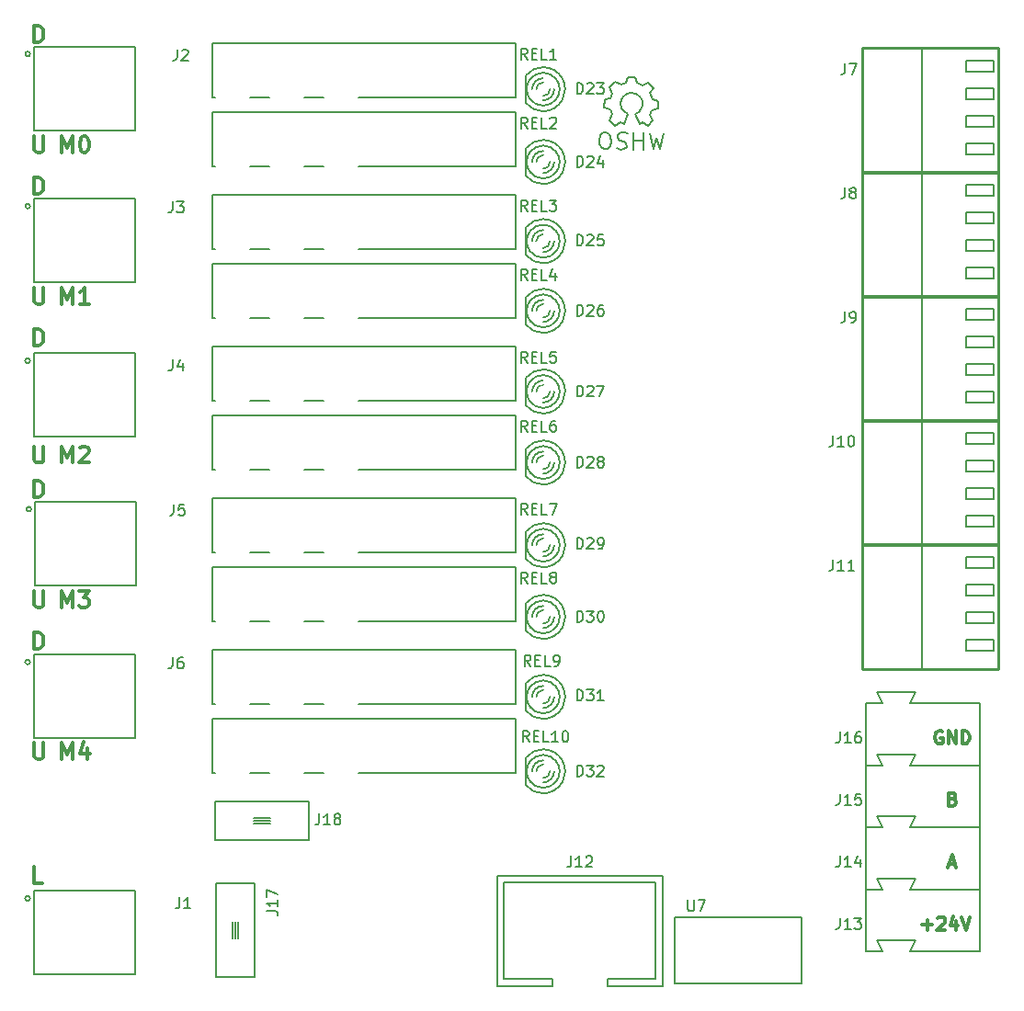
<source format=gbr>
G04 #@! TF.GenerationSoftware,KiCad,Pcbnew,5.0.1-33cea8e~67~ubuntu16.04.1*
G04 #@! TF.CreationDate,2018-10-24T20:39:20+02:00*
G04 #@! TF.ProjectId,motor_switch_3pole_5x,6D6F746F725F7377697463685F33706F,A*
G04 #@! TF.SameCoordinates,Original*
G04 #@! TF.FileFunction,Legend,Top*
G04 #@! TF.FilePolarity,Positive*
%FSLAX46Y46*%
G04 Gerber Fmt 4.6, Leading zero omitted, Abs format (unit mm)*
G04 Created by KiCad (PCBNEW 5.0.1-33cea8e~67~ubuntu16.04.1) date Mi 24 Okt 2018 20:39:20 CEST*
%MOMM*%
%LPD*%
G01*
G04 APERTURE LIST*
%ADD10C,0.300000*%
%ADD11C,0.150000*%
%ADD12C,0.250000*%
G04 APERTURE END LIST*
D10*
X185210714Y-133435714D02*
X186125000Y-133435714D01*
X185667857Y-133892857D02*
X185667857Y-132978571D01*
X186639285Y-132807142D02*
X186696428Y-132750000D01*
X186810714Y-132692857D01*
X187096428Y-132692857D01*
X187210714Y-132750000D01*
X187267857Y-132807142D01*
X187325000Y-132921428D01*
X187325000Y-133035714D01*
X187267857Y-133207142D01*
X186582142Y-133892857D01*
X187325000Y-133892857D01*
X188353571Y-133092857D02*
X188353571Y-133892857D01*
X188067857Y-132635714D02*
X187782142Y-133492857D01*
X188525000Y-133492857D01*
X188810714Y-132692857D02*
X189210714Y-133892857D01*
X189610714Y-132692857D01*
X187674285Y-127835000D02*
X188245714Y-127835000D01*
X187560000Y-128177857D02*
X187960000Y-126977857D01*
X188360000Y-128177857D01*
X188045714Y-121834285D02*
X188217142Y-121891428D01*
X188274285Y-121948571D01*
X188331428Y-122062857D01*
X188331428Y-122234285D01*
X188274285Y-122348571D01*
X188217142Y-122405714D01*
X188102857Y-122462857D01*
X187645714Y-122462857D01*
X187645714Y-121262857D01*
X188045714Y-121262857D01*
X188160000Y-121320000D01*
X188217142Y-121377142D01*
X188274285Y-121491428D01*
X188274285Y-121605714D01*
X188217142Y-121720000D01*
X188160000Y-121777142D01*
X188045714Y-121834285D01*
X187645714Y-121834285D01*
X187045714Y-115605000D02*
X186931428Y-115547857D01*
X186760000Y-115547857D01*
X186588571Y-115605000D01*
X186474285Y-115719285D01*
X186417142Y-115833571D01*
X186360000Y-116062142D01*
X186360000Y-116233571D01*
X186417142Y-116462142D01*
X186474285Y-116576428D01*
X186588571Y-116690714D01*
X186760000Y-116747857D01*
X186874285Y-116747857D01*
X187045714Y-116690714D01*
X187102857Y-116633571D01*
X187102857Y-116233571D01*
X186874285Y-116233571D01*
X187617142Y-116747857D02*
X187617142Y-115547857D01*
X188302857Y-116747857D01*
X188302857Y-115547857D01*
X188874285Y-116747857D02*
X188874285Y-115547857D01*
X189160000Y-115547857D01*
X189331428Y-115605000D01*
X189445714Y-115719285D01*
X189502857Y-115833571D01*
X189560000Y-116062142D01*
X189560000Y-116233571D01*
X189502857Y-116462142D01*
X189445714Y-116576428D01*
X189331428Y-116690714D01*
X189160000Y-116747857D01*
X188874285Y-116747857D01*
X104136428Y-129583571D02*
X103422142Y-129583571D01*
X103422142Y-128083571D01*
X103422142Y-116653571D02*
X103422142Y-117867857D01*
X103493571Y-118010714D01*
X103565000Y-118082142D01*
X103707857Y-118153571D01*
X103993571Y-118153571D01*
X104136428Y-118082142D01*
X104207857Y-118010714D01*
X104279285Y-117867857D01*
X104279285Y-116653571D01*
X105962142Y-118153571D02*
X105962142Y-116653571D01*
X106462142Y-117725000D01*
X106962142Y-116653571D01*
X106962142Y-118153571D01*
X108319285Y-117153571D02*
X108319285Y-118153571D01*
X107962142Y-116582142D02*
X107605000Y-117653571D01*
X108533571Y-117653571D01*
X103422142Y-102683571D02*
X103422142Y-103897857D01*
X103493571Y-104040714D01*
X103565000Y-104112142D01*
X103707857Y-104183571D01*
X103993571Y-104183571D01*
X104136428Y-104112142D01*
X104207857Y-104040714D01*
X104279285Y-103897857D01*
X104279285Y-102683571D01*
X105962142Y-104183571D02*
X105962142Y-102683571D01*
X106462142Y-103755000D01*
X106962142Y-102683571D01*
X106962142Y-104183571D01*
X107533571Y-102683571D02*
X108462142Y-102683571D01*
X107962142Y-103255000D01*
X108176428Y-103255000D01*
X108319285Y-103326428D01*
X108390714Y-103397857D01*
X108462142Y-103540714D01*
X108462142Y-103897857D01*
X108390714Y-104040714D01*
X108319285Y-104112142D01*
X108176428Y-104183571D01*
X107747857Y-104183571D01*
X107605000Y-104112142D01*
X107533571Y-104040714D01*
X103422142Y-107993571D02*
X103422142Y-106493571D01*
X103779285Y-106493571D01*
X103993571Y-106565000D01*
X104136428Y-106707857D01*
X104207857Y-106850714D01*
X104279285Y-107136428D01*
X104279285Y-107350714D01*
X104207857Y-107636428D01*
X104136428Y-107779285D01*
X103993571Y-107922142D01*
X103779285Y-107993571D01*
X103422142Y-107993571D01*
X103422142Y-89348571D02*
X103422142Y-90562857D01*
X103493571Y-90705714D01*
X103565000Y-90777142D01*
X103707857Y-90848571D01*
X103993571Y-90848571D01*
X104136428Y-90777142D01*
X104207857Y-90705714D01*
X104279285Y-90562857D01*
X104279285Y-89348571D01*
X105962142Y-90848571D02*
X105962142Y-89348571D01*
X106462142Y-90420000D01*
X106962142Y-89348571D01*
X106962142Y-90848571D01*
X107605000Y-89491428D02*
X107676428Y-89420000D01*
X107819285Y-89348571D01*
X108176428Y-89348571D01*
X108319285Y-89420000D01*
X108390714Y-89491428D01*
X108462142Y-89634285D01*
X108462142Y-89777142D01*
X108390714Y-89991428D01*
X107533571Y-90848571D01*
X108462142Y-90848571D01*
X103422142Y-94023571D02*
X103422142Y-92523571D01*
X103779285Y-92523571D01*
X103993571Y-92595000D01*
X104136428Y-92737857D01*
X104207857Y-92880714D01*
X104279285Y-93166428D01*
X104279285Y-93380714D01*
X104207857Y-93666428D01*
X104136428Y-93809285D01*
X103993571Y-93952142D01*
X103779285Y-94023571D01*
X103422142Y-94023571D01*
X105962142Y-76243571D02*
X105962142Y-74743571D01*
X106462142Y-75815000D01*
X106962142Y-74743571D01*
X106962142Y-76243571D01*
X108462142Y-76243571D02*
X107605000Y-76243571D01*
X108033571Y-76243571D02*
X108033571Y-74743571D01*
X107890714Y-74957857D01*
X107747857Y-75100714D01*
X107605000Y-75172142D01*
X103422142Y-74743571D02*
X103422142Y-75957857D01*
X103493571Y-76100714D01*
X103565000Y-76172142D01*
X103707857Y-76243571D01*
X103993571Y-76243571D01*
X104136428Y-76172142D01*
X104207857Y-76100714D01*
X104279285Y-75957857D01*
X104279285Y-74743571D01*
X103422142Y-80053571D02*
X103422142Y-78553571D01*
X103779285Y-78553571D01*
X103993571Y-78625000D01*
X104136428Y-78767857D01*
X104207857Y-78910714D01*
X104279285Y-79196428D01*
X104279285Y-79410714D01*
X104207857Y-79696428D01*
X104136428Y-79839285D01*
X103993571Y-79982142D01*
X103779285Y-80053571D01*
X103422142Y-80053571D01*
X103422142Y-66083571D02*
X103422142Y-64583571D01*
X103779285Y-64583571D01*
X103993571Y-64655000D01*
X104136428Y-64797857D01*
X104207857Y-64940714D01*
X104279285Y-65226428D01*
X104279285Y-65440714D01*
X104207857Y-65726428D01*
X104136428Y-65869285D01*
X103993571Y-66012142D01*
X103779285Y-66083571D01*
X103422142Y-66083571D01*
X103422142Y-52113571D02*
X103422142Y-50613571D01*
X103779285Y-50613571D01*
X103993571Y-50685000D01*
X104136428Y-50827857D01*
X104207857Y-50970714D01*
X104279285Y-51256428D01*
X104279285Y-51470714D01*
X104207857Y-51756428D01*
X104136428Y-51899285D01*
X103993571Y-52042142D01*
X103779285Y-52113571D01*
X103422142Y-52113571D01*
X103422142Y-60773571D02*
X103422142Y-61987857D01*
X103493571Y-62130714D01*
X103565000Y-62202142D01*
X103707857Y-62273571D01*
X103993571Y-62273571D01*
X104136428Y-62202142D01*
X104207857Y-62130714D01*
X104279285Y-61987857D01*
X104279285Y-60773571D01*
X105962142Y-62273571D02*
X105962142Y-60773571D01*
X106462142Y-61845000D01*
X106962142Y-60773571D01*
X106962142Y-62273571D01*
X107962142Y-60773571D02*
X108105000Y-60773571D01*
X108247857Y-60845000D01*
X108319285Y-60916428D01*
X108390714Y-61059285D01*
X108462142Y-61345000D01*
X108462142Y-61702142D01*
X108390714Y-61987857D01*
X108319285Y-62130714D01*
X108247857Y-62202142D01*
X108105000Y-62273571D01*
X107962142Y-62273571D01*
X107819285Y-62202142D01*
X107747857Y-62130714D01*
X107676428Y-61987857D01*
X107605000Y-61702142D01*
X107605000Y-61345000D01*
X107676428Y-61059285D01*
X107747857Y-60916428D01*
X107819285Y-60845000D01*
X107962142Y-60773571D01*
D11*
G04 #@! TO.C,J13*
X190500000Y-130149600D02*
X190500000Y-135890000D01*
X180035200Y-135890000D02*
X180035200Y-130149600D01*
X184556400Y-134874000D02*
X184048400Y-135890000D01*
X181025800Y-134874000D02*
X184556400Y-134874000D01*
X181533800Y-135890000D02*
X181025800Y-134874000D01*
X184556400Y-129133600D02*
X184048400Y-130149600D01*
X181025800Y-129133600D02*
X184556400Y-129133600D01*
X181533800Y-130149600D02*
X181025800Y-129133600D01*
X180035200Y-135890000D02*
X181533800Y-135890000D01*
X190500000Y-135890000D02*
X184048400Y-135890000D01*
X180035200Y-130149600D02*
X181533800Y-130149600D01*
X190500000Y-130149600D02*
X184048400Y-130149600D01*
G04 #@! TO.C,J14*
X190500000Y-124434600D02*
X190500000Y-130175000D01*
X180035200Y-130175000D02*
X180035200Y-124434600D01*
X184556400Y-129159000D02*
X184048400Y-130175000D01*
X181025800Y-129159000D02*
X184556400Y-129159000D01*
X181533800Y-130175000D02*
X181025800Y-129159000D01*
X184556400Y-123418600D02*
X184048400Y-124434600D01*
X181025800Y-123418600D02*
X184556400Y-123418600D01*
X181533800Y-124434600D02*
X181025800Y-123418600D01*
X180035200Y-130175000D02*
X181533800Y-130175000D01*
X190500000Y-130175000D02*
X184048400Y-130175000D01*
X180035200Y-124434600D02*
X181533800Y-124434600D01*
X190500000Y-124434600D02*
X184048400Y-124434600D01*
G04 #@! TO.C,J15*
X190500000Y-118719600D02*
X190500000Y-124460000D01*
X180035200Y-124460000D02*
X180035200Y-118719600D01*
X184556400Y-123444000D02*
X184048400Y-124460000D01*
X181025800Y-123444000D02*
X184556400Y-123444000D01*
X181533800Y-124460000D02*
X181025800Y-123444000D01*
X184556400Y-117703600D02*
X184048400Y-118719600D01*
X181025800Y-117703600D02*
X184556400Y-117703600D01*
X181533800Y-118719600D02*
X181025800Y-117703600D01*
X180035200Y-124460000D02*
X181533800Y-124460000D01*
X190500000Y-124460000D02*
X184048400Y-124460000D01*
X180035200Y-118719600D02*
X181533800Y-118719600D01*
X190500000Y-118719600D02*
X184048400Y-118719600D01*
G04 #@! TO.C,J16*
X190500000Y-113004600D02*
X190500000Y-118745000D01*
X180035200Y-118745000D02*
X180035200Y-113004600D01*
X184556400Y-117729000D02*
X184048400Y-118745000D01*
X181025800Y-117729000D02*
X184556400Y-117729000D01*
X181533800Y-118745000D02*
X181025800Y-117729000D01*
X184556400Y-111988600D02*
X184048400Y-113004600D01*
X181025800Y-111988600D02*
X184556400Y-111988600D01*
X181533800Y-113004600D02*
X181025800Y-111988600D01*
X180035200Y-118745000D02*
X181533800Y-118745000D01*
X190500000Y-118745000D02*
X184048400Y-118745000D01*
X180035200Y-113004600D02*
X181533800Y-113004600D01*
X190500000Y-113004600D02*
X184048400Y-113004600D01*
G04 #@! TO.C,U7*
X174117000Y-138811000D02*
X174117000Y-132715000D01*
X162433000Y-138811000D02*
X174117000Y-138811000D01*
X162433000Y-132715000D02*
X162433000Y-138811000D01*
X174117000Y-132715000D02*
X162433000Y-132715000D01*
G04 #@! TO.C,J12*
X146685000Y-138430000D02*
X151130000Y-138430000D01*
X151130000Y-138430000D02*
X151130000Y-139065000D01*
X146685000Y-138430000D02*
X146685000Y-129540000D01*
X146685000Y-129540000D02*
X160655000Y-129540000D01*
X160655000Y-129540000D02*
X160655000Y-138430000D01*
X160655000Y-138430000D02*
X156210000Y-138430000D01*
X156210000Y-138430000D02*
X156210000Y-139065000D01*
X161290000Y-128905000D02*
X146050000Y-128905000D01*
X156210000Y-139065000D02*
X161290000Y-139065000D01*
X151130000Y-139065000D02*
X146050000Y-139065000D01*
X161290000Y-128905000D02*
X161290000Y-139065000D01*
X146050000Y-128905000D02*
X146050000Y-139065000D01*
G04 #@! TO.C,D23*
X152322923Y-56439900D02*
G75*
G03X152021740Y-55375740I-2030923J-100D01*
G01*
X152081130Y-57403347D02*
G75*
G03X152324000Y-56440000I-1789130J963347D01*
G01*
X152055299Y-55430149D02*
G75*
G03X150292000Y-54408000I-1763299J-1009851D01*
G01*
X150289448Y-54410614D02*
G75*
G03X148742600Y-55129360I2552J-2029386D01*
G01*
X150292975Y-58469460D02*
G75*
G03X152082700Y-57395040I-975J2029460D01*
G01*
X148733120Y-57743426D02*
G75*
G03X150292000Y-58472000I1558880J1303426D01*
G01*
X150292000Y-55424000D02*
G75*
G03X149276000Y-56440000I0J-1016000D01*
G01*
X150292000Y-55805000D02*
G75*
G03X149657000Y-56440000I0J-635000D01*
G01*
X150292000Y-57456000D02*
G75*
G03X151308000Y-56440000I0J1016000D01*
G01*
X150292000Y-57075000D02*
G75*
G03X150927000Y-56440000I0J635000D01*
G01*
X151494564Y-55503829D02*
G75*
G03X150292000Y-54916000I-1202564J-936171D01*
G01*
X150291558Y-54917794D02*
G75*
G03X149090580Y-55505280I442J-1522206D01*
G01*
X150292801Y-57964000D02*
G75*
G03X151511200Y-57354400I-801J1524000D01*
G01*
X149052834Y-57327155D02*
G75*
G03X150292000Y-57964000I1239166J887155D01*
G01*
X149121136Y-55464473D02*
G75*
G03X148768000Y-56440000I1170864J-975527D01*
G01*
X148769853Y-56440034D02*
G75*
G03X149136300Y-57430600I1522147J34D01*
G01*
X151814111Y-56439531D02*
G75*
G03X151429920Y-55429080I-1522111J-469D01*
G01*
X151462864Y-57415527D02*
G75*
G03X151816000Y-56440000I-1170864J975527D01*
G01*
X148717200Y-55170000D02*
X148717200Y-57710000D01*
G04 #@! TO.C,D24*
X152322923Y-63145900D02*
G75*
G03X152021740Y-62081740I-2030923J-100D01*
G01*
X152081130Y-64109347D02*
G75*
G03X152324000Y-63146000I-1789130J963347D01*
G01*
X152055299Y-62136149D02*
G75*
G03X150292000Y-61114000I-1763299J-1009851D01*
G01*
X150289448Y-61116614D02*
G75*
G03X148742600Y-61835360I2552J-2029386D01*
G01*
X150292975Y-65175460D02*
G75*
G03X152082700Y-64101040I-975J2029460D01*
G01*
X148733120Y-64449426D02*
G75*
G03X150292000Y-65178000I1558880J1303426D01*
G01*
X150292000Y-62130000D02*
G75*
G03X149276000Y-63146000I0J-1016000D01*
G01*
X150292000Y-62511000D02*
G75*
G03X149657000Y-63146000I0J-635000D01*
G01*
X150292000Y-64162000D02*
G75*
G03X151308000Y-63146000I0J1016000D01*
G01*
X150292000Y-63781000D02*
G75*
G03X150927000Y-63146000I0J635000D01*
G01*
X151494564Y-62209829D02*
G75*
G03X150292000Y-61622000I-1202564J-936171D01*
G01*
X150291558Y-61623794D02*
G75*
G03X149090580Y-62211280I442J-1522206D01*
G01*
X150292801Y-64670000D02*
G75*
G03X151511200Y-64060400I-801J1524000D01*
G01*
X149052834Y-64033155D02*
G75*
G03X150292000Y-64670000I1239166J887155D01*
G01*
X149121136Y-62170473D02*
G75*
G03X148768000Y-63146000I1170864J-975527D01*
G01*
X148769853Y-63146034D02*
G75*
G03X149136300Y-64136600I1522147J34D01*
G01*
X151814111Y-63145531D02*
G75*
G03X151429920Y-62135080I-1522111J-469D01*
G01*
X151462864Y-64121527D02*
G75*
G03X151816000Y-63146000I-1170864J975527D01*
G01*
X148717200Y-61876000D02*
X148717200Y-64416000D01*
G04 #@! TO.C,D25*
X152322923Y-70439900D02*
G75*
G03X152021740Y-69375740I-2030923J-100D01*
G01*
X152081130Y-71403347D02*
G75*
G03X152324000Y-70440000I-1789130J963347D01*
G01*
X152055299Y-69430149D02*
G75*
G03X150292000Y-68408000I-1763299J-1009851D01*
G01*
X150289448Y-68410614D02*
G75*
G03X148742600Y-69129360I2552J-2029386D01*
G01*
X150292975Y-72469460D02*
G75*
G03X152082700Y-71395040I-975J2029460D01*
G01*
X148733120Y-71743426D02*
G75*
G03X150292000Y-72472000I1558880J1303426D01*
G01*
X150292000Y-69424000D02*
G75*
G03X149276000Y-70440000I0J-1016000D01*
G01*
X150292000Y-69805000D02*
G75*
G03X149657000Y-70440000I0J-635000D01*
G01*
X150292000Y-71456000D02*
G75*
G03X151308000Y-70440000I0J1016000D01*
G01*
X150292000Y-71075000D02*
G75*
G03X150927000Y-70440000I0J635000D01*
G01*
X151494564Y-69503829D02*
G75*
G03X150292000Y-68916000I-1202564J-936171D01*
G01*
X150291558Y-68917794D02*
G75*
G03X149090580Y-69505280I442J-1522206D01*
G01*
X150292801Y-71964000D02*
G75*
G03X151511200Y-71354400I-801J1524000D01*
G01*
X149052834Y-71327155D02*
G75*
G03X150292000Y-71964000I1239166J887155D01*
G01*
X149121136Y-69464473D02*
G75*
G03X148768000Y-70440000I1170864J-975527D01*
G01*
X148769853Y-70440034D02*
G75*
G03X149136300Y-71430600I1522147J34D01*
G01*
X151814111Y-70439531D02*
G75*
G03X151429920Y-69429080I-1522111J-469D01*
G01*
X151462864Y-71415527D02*
G75*
G03X151816000Y-70440000I-1170864J975527D01*
G01*
X148717200Y-69170000D02*
X148717200Y-71710000D01*
G04 #@! TO.C,D26*
X152322923Y-76861900D02*
G75*
G03X152021740Y-75797740I-2030923J-100D01*
G01*
X152081130Y-77825347D02*
G75*
G03X152324000Y-76862000I-1789130J963347D01*
G01*
X152055299Y-75852149D02*
G75*
G03X150292000Y-74830000I-1763299J-1009851D01*
G01*
X150289448Y-74832614D02*
G75*
G03X148742600Y-75551360I2552J-2029386D01*
G01*
X150292975Y-78891460D02*
G75*
G03X152082700Y-77817040I-975J2029460D01*
G01*
X148733120Y-78165426D02*
G75*
G03X150292000Y-78894000I1558880J1303426D01*
G01*
X150292000Y-75846000D02*
G75*
G03X149276000Y-76862000I0J-1016000D01*
G01*
X150292000Y-76227000D02*
G75*
G03X149657000Y-76862000I0J-635000D01*
G01*
X150292000Y-77878000D02*
G75*
G03X151308000Y-76862000I0J1016000D01*
G01*
X150292000Y-77497000D02*
G75*
G03X150927000Y-76862000I0J635000D01*
G01*
X151494564Y-75925829D02*
G75*
G03X150292000Y-75338000I-1202564J-936171D01*
G01*
X150291558Y-75339794D02*
G75*
G03X149090580Y-75927280I442J-1522206D01*
G01*
X150292801Y-78386000D02*
G75*
G03X151511200Y-77776400I-801J1524000D01*
G01*
X149052834Y-77749155D02*
G75*
G03X150292000Y-78386000I1239166J887155D01*
G01*
X149121136Y-75886473D02*
G75*
G03X148768000Y-76862000I1170864J-975527D01*
G01*
X148769853Y-76862034D02*
G75*
G03X149136300Y-77852600I1522147J34D01*
G01*
X151814111Y-76861531D02*
G75*
G03X151429920Y-75851080I-1522111J-469D01*
G01*
X151462864Y-77837527D02*
G75*
G03X151816000Y-76862000I-1170864J975527D01*
G01*
X148717200Y-75592000D02*
X148717200Y-78132000D01*
G04 #@! TO.C,D27*
X152322923Y-84291400D02*
G75*
G03X152021740Y-83227240I-2030923J-100D01*
G01*
X152081130Y-85254847D02*
G75*
G03X152324000Y-84291500I-1789130J963347D01*
G01*
X152055299Y-83281649D02*
G75*
G03X150292000Y-82259500I-1763299J-1009851D01*
G01*
X150289448Y-82262114D02*
G75*
G03X148742600Y-82980860I2552J-2029386D01*
G01*
X150292975Y-86320960D02*
G75*
G03X152082700Y-85246540I-975J2029460D01*
G01*
X148733120Y-85594926D02*
G75*
G03X150292000Y-86323500I1558880J1303426D01*
G01*
X150292000Y-83275500D02*
G75*
G03X149276000Y-84291500I0J-1016000D01*
G01*
X150292000Y-83656500D02*
G75*
G03X149657000Y-84291500I0J-635000D01*
G01*
X150292000Y-85307500D02*
G75*
G03X151308000Y-84291500I0J1016000D01*
G01*
X150292000Y-84926500D02*
G75*
G03X150927000Y-84291500I0J635000D01*
G01*
X151494564Y-83355329D02*
G75*
G03X150292000Y-82767500I-1202564J-936171D01*
G01*
X150291558Y-82769294D02*
G75*
G03X149090580Y-83356780I442J-1522206D01*
G01*
X150292801Y-85815500D02*
G75*
G03X151511200Y-85205900I-801J1524000D01*
G01*
X149052834Y-85178655D02*
G75*
G03X150292000Y-85815500I1239166J887155D01*
G01*
X149121136Y-83315973D02*
G75*
G03X148768000Y-84291500I1170864J-975527D01*
G01*
X148769853Y-84291534D02*
G75*
G03X149136300Y-85282100I1522147J34D01*
G01*
X151814111Y-84291031D02*
G75*
G03X151429920Y-83280580I-1522111J-469D01*
G01*
X151462864Y-85267027D02*
G75*
G03X151816000Y-84291500I-1170864J975527D01*
G01*
X148717200Y-83021500D02*
X148717200Y-85561500D01*
G04 #@! TO.C,D28*
X152322923Y-90831900D02*
G75*
G03X152021740Y-89767740I-2030923J-100D01*
G01*
X152081130Y-91795347D02*
G75*
G03X152324000Y-90832000I-1789130J963347D01*
G01*
X152055299Y-89822149D02*
G75*
G03X150292000Y-88800000I-1763299J-1009851D01*
G01*
X150289448Y-88802614D02*
G75*
G03X148742600Y-89521360I2552J-2029386D01*
G01*
X150292975Y-92861460D02*
G75*
G03X152082700Y-91787040I-975J2029460D01*
G01*
X148733120Y-92135426D02*
G75*
G03X150292000Y-92864000I1558880J1303426D01*
G01*
X150292000Y-89816000D02*
G75*
G03X149276000Y-90832000I0J-1016000D01*
G01*
X150292000Y-90197000D02*
G75*
G03X149657000Y-90832000I0J-635000D01*
G01*
X150292000Y-91848000D02*
G75*
G03X151308000Y-90832000I0J1016000D01*
G01*
X150292000Y-91467000D02*
G75*
G03X150927000Y-90832000I0J635000D01*
G01*
X151494564Y-89895829D02*
G75*
G03X150292000Y-89308000I-1202564J-936171D01*
G01*
X150291558Y-89309794D02*
G75*
G03X149090580Y-89897280I442J-1522206D01*
G01*
X150292801Y-92356000D02*
G75*
G03X151511200Y-91746400I-801J1524000D01*
G01*
X149052834Y-91719155D02*
G75*
G03X150292000Y-92356000I1239166J887155D01*
G01*
X149121136Y-89856473D02*
G75*
G03X148768000Y-90832000I1170864J-975527D01*
G01*
X148769853Y-90832034D02*
G75*
G03X149136300Y-91822600I1522147J34D01*
G01*
X151814111Y-90831531D02*
G75*
G03X151429920Y-89821080I-1522111J-469D01*
G01*
X151462864Y-91807527D02*
G75*
G03X151816000Y-90832000I-1170864J975527D01*
G01*
X148717200Y-89562000D02*
X148717200Y-92102000D01*
G04 #@! TO.C,D29*
X152322923Y-98451900D02*
G75*
G03X152021740Y-97387740I-2030923J-100D01*
G01*
X152081130Y-99415347D02*
G75*
G03X152324000Y-98452000I-1789130J963347D01*
G01*
X152055299Y-97442149D02*
G75*
G03X150292000Y-96420000I-1763299J-1009851D01*
G01*
X150289448Y-96422614D02*
G75*
G03X148742600Y-97141360I2552J-2029386D01*
G01*
X150292975Y-100481460D02*
G75*
G03X152082700Y-99407040I-975J2029460D01*
G01*
X148733120Y-99755426D02*
G75*
G03X150292000Y-100484000I1558880J1303426D01*
G01*
X150292000Y-97436000D02*
G75*
G03X149276000Y-98452000I0J-1016000D01*
G01*
X150292000Y-97817000D02*
G75*
G03X149657000Y-98452000I0J-635000D01*
G01*
X150292000Y-99468000D02*
G75*
G03X151308000Y-98452000I0J1016000D01*
G01*
X150292000Y-99087000D02*
G75*
G03X150927000Y-98452000I0J635000D01*
G01*
X151494564Y-97515829D02*
G75*
G03X150292000Y-96928000I-1202564J-936171D01*
G01*
X150291558Y-96929794D02*
G75*
G03X149090580Y-97517280I442J-1522206D01*
G01*
X150292801Y-99976000D02*
G75*
G03X151511200Y-99366400I-801J1524000D01*
G01*
X149052834Y-99339155D02*
G75*
G03X150292000Y-99976000I1239166J887155D01*
G01*
X149121136Y-97476473D02*
G75*
G03X148768000Y-98452000I1170864J-975527D01*
G01*
X148769853Y-98452034D02*
G75*
G03X149136300Y-99442600I1522147J34D01*
G01*
X151814111Y-98451531D02*
G75*
G03X151429920Y-97441080I-1522111J-469D01*
G01*
X151462864Y-99427527D02*
G75*
G03X151816000Y-98452000I-1170864J975527D01*
G01*
X148717200Y-97182000D02*
X148717200Y-99722000D01*
G04 #@! TO.C,D30*
X152322923Y-105055900D02*
G75*
G03X152021740Y-103991740I-2030923J-100D01*
G01*
X152081130Y-106019347D02*
G75*
G03X152324000Y-105056000I-1789130J963347D01*
G01*
X152055299Y-104046149D02*
G75*
G03X150292000Y-103024000I-1763299J-1009851D01*
G01*
X150289448Y-103026614D02*
G75*
G03X148742600Y-103745360I2552J-2029386D01*
G01*
X150292975Y-107085460D02*
G75*
G03X152082700Y-106011040I-975J2029460D01*
G01*
X148733120Y-106359426D02*
G75*
G03X150292000Y-107088000I1558880J1303426D01*
G01*
X150292000Y-104040000D02*
G75*
G03X149276000Y-105056000I0J-1016000D01*
G01*
X150292000Y-104421000D02*
G75*
G03X149657000Y-105056000I0J-635000D01*
G01*
X150292000Y-106072000D02*
G75*
G03X151308000Y-105056000I0J1016000D01*
G01*
X150292000Y-105691000D02*
G75*
G03X150927000Y-105056000I0J635000D01*
G01*
X151494564Y-104119829D02*
G75*
G03X150292000Y-103532000I-1202564J-936171D01*
G01*
X150291558Y-103533794D02*
G75*
G03X149090580Y-104121280I442J-1522206D01*
G01*
X150292801Y-106580000D02*
G75*
G03X151511200Y-105970400I-801J1524000D01*
G01*
X149052834Y-105943155D02*
G75*
G03X150292000Y-106580000I1239166J887155D01*
G01*
X149121136Y-104080473D02*
G75*
G03X148768000Y-105056000I1170864J-975527D01*
G01*
X148769853Y-105056034D02*
G75*
G03X149136300Y-106046600I1522147J34D01*
G01*
X151814111Y-105055531D02*
G75*
G03X151429920Y-104045080I-1522111J-469D01*
G01*
X151462864Y-106031527D02*
G75*
G03X151816000Y-105056000I-1170864J975527D01*
G01*
X148717200Y-103786000D02*
X148717200Y-106326000D01*
G04 #@! TO.C,D31*
X152322923Y-112421900D02*
G75*
G03X152021740Y-111357740I-2030923J-100D01*
G01*
X152081130Y-113385347D02*
G75*
G03X152324000Y-112422000I-1789130J963347D01*
G01*
X152055299Y-111412149D02*
G75*
G03X150292000Y-110390000I-1763299J-1009851D01*
G01*
X150289448Y-110392614D02*
G75*
G03X148742600Y-111111360I2552J-2029386D01*
G01*
X150292975Y-114451460D02*
G75*
G03X152082700Y-113377040I-975J2029460D01*
G01*
X148733120Y-113725426D02*
G75*
G03X150292000Y-114454000I1558880J1303426D01*
G01*
X150292000Y-111406000D02*
G75*
G03X149276000Y-112422000I0J-1016000D01*
G01*
X150292000Y-111787000D02*
G75*
G03X149657000Y-112422000I0J-635000D01*
G01*
X150292000Y-113438000D02*
G75*
G03X151308000Y-112422000I0J1016000D01*
G01*
X150292000Y-113057000D02*
G75*
G03X150927000Y-112422000I0J635000D01*
G01*
X151494564Y-111485829D02*
G75*
G03X150292000Y-110898000I-1202564J-936171D01*
G01*
X150291558Y-110899794D02*
G75*
G03X149090580Y-111487280I442J-1522206D01*
G01*
X150292801Y-113946000D02*
G75*
G03X151511200Y-113336400I-801J1524000D01*
G01*
X149052834Y-113309155D02*
G75*
G03X150292000Y-113946000I1239166J887155D01*
G01*
X149121136Y-111446473D02*
G75*
G03X148768000Y-112422000I1170864J-975527D01*
G01*
X148769853Y-112422034D02*
G75*
G03X149136300Y-113412600I1522147J34D01*
G01*
X151814111Y-112421531D02*
G75*
G03X151429920Y-111411080I-1522111J-469D01*
G01*
X151462864Y-113397527D02*
G75*
G03X151816000Y-112422000I-1170864J975527D01*
G01*
X148717200Y-111152000D02*
X148717200Y-113692000D01*
G04 #@! TO.C,D32*
X152322923Y-119279900D02*
G75*
G03X152021740Y-118215740I-2030923J-100D01*
G01*
X152081130Y-120243347D02*
G75*
G03X152324000Y-119280000I-1789130J963347D01*
G01*
X152055299Y-118270149D02*
G75*
G03X150292000Y-117248000I-1763299J-1009851D01*
G01*
X150289448Y-117250614D02*
G75*
G03X148742600Y-117969360I2552J-2029386D01*
G01*
X150292975Y-121309460D02*
G75*
G03X152082700Y-120235040I-975J2029460D01*
G01*
X148733120Y-120583426D02*
G75*
G03X150292000Y-121312000I1558880J1303426D01*
G01*
X150292000Y-118264000D02*
G75*
G03X149276000Y-119280000I0J-1016000D01*
G01*
X150292000Y-118645000D02*
G75*
G03X149657000Y-119280000I0J-635000D01*
G01*
X150292000Y-120296000D02*
G75*
G03X151308000Y-119280000I0J1016000D01*
G01*
X150292000Y-119915000D02*
G75*
G03X150927000Y-119280000I0J635000D01*
G01*
X151494564Y-118343829D02*
G75*
G03X150292000Y-117756000I-1202564J-936171D01*
G01*
X150291558Y-117757794D02*
G75*
G03X149090580Y-118345280I442J-1522206D01*
G01*
X150292801Y-120804000D02*
G75*
G03X151511200Y-120194400I-801J1524000D01*
G01*
X149052834Y-120167155D02*
G75*
G03X150292000Y-120804000I1239166J887155D01*
G01*
X149121136Y-118304473D02*
G75*
G03X148768000Y-119280000I1170864J-975527D01*
G01*
X148769853Y-119280034D02*
G75*
G03X149136300Y-120270600I1522147J34D01*
G01*
X151814111Y-119279531D02*
G75*
G03X151429920Y-118269080I-1522111J-469D01*
G01*
X151462864Y-120255527D02*
G75*
G03X151816000Y-119280000I-1170864J975527D01*
G01*
X148717200Y-118010000D02*
X148717200Y-120550000D01*
G04 #@! TO.C,REL5*
X147785000Y-80120000D02*
X147785000Y-85120000D01*
X119785000Y-80120000D02*
X147785000Y-80120000D01*
X119785000Y-85120000D02*
X119785000Y-80120000D01*
X147785000Y-85120000D02*
X133285000Y-85120000D01*
X130085000Y-85120000D02*
X128285000Y-85120000D01*
X125085000Y-85120000D02*
X123285000Y-85120000D01*
X119785000Y-85120000D02*
X120085000Y-85120000D01*
G04 #@! TO.C,REL1*
X147785000Y-52180000D02*
X147785000Y-57180000D01*
X119785000Y-52180000D02*
X147785000Y-52180000D01*
X119785000Y-57180000D02*
X119785000Y-52180000D01*
X147785000Y-57180000D02*
X133285000Y-57180000D01*
X130085000Y-57180000D02*
X128285000Y-57180000D01*
X125085000Y-57180000D02*
X123285000Y-57180000D01*
X119785000Y-57180000D02*
X120085000Y-57180000D01*
G04 #@! TO.C,REL2*
X147785000Y-58530000D02*
X147785000Y-63530000D01*
X119785000Y-58530000D02*
X147785000Y-58530000D01*
X119785000Y-63530000D02*
X119785000Y-58530000D01*
X147785000Y-63530000D02*
X133285000Y-63530000D01*
X130085000Y-63530000D02*
X128285000Y-63530000D01*
X125085000Y-63530000D02*
X123285000Y-63530000D01*
X119785000Y-63530000D02*
X120085000Y-63530000D01*
G04 #@! TO.C,REL3*
X147785000Y-66150000D02*
X147785000Y-71150000D01*
X119785000Y-66150000D02*
X147785000Y-66150000D01*
X119785000Y-71150000D02*
X119785000Y-66150000D01*
X147785000Y-71150000D02*
X133285000Y-71150000D01*
X130085000Y-71150000D02*
X128285000Y-71150000D01*
X125085000Y-71150000D02*
X123285000Y-71150000D01*
X119785000Y-71150000D02*
X120085000Y-71150000D01*
G04 #@! TO.C,REL4*
X147785000Y-72500000D02*
X147785000Y-77500000D01*
X119785000Y-72500000D02*
X147785000Y-72500000D01*
X119785000Y-77500000D02*
X119785000Y-72500000D01*
X147785000Y-77500000D02*
X133285000Y-77500000D01*
X130085000Y-77500000D02*
X128285000Y-77500000D01*
X125085000Y-77500000D02*
X123285000Y-77500000D01*
X119785000Y-77500000D02*
X120085000Y-77500000D01*
G04 #@! TO.C,REL6*
X147785000Y-86470000D02*
X147785000Y-91470000D01*
X119785000Y-86470000D02*
X147785000Y-86470000D01*
X119785000Y-91470000D02*
X119785000Y-86470000D01*
X147785000Y-91470000D02*
X133285000Y-91470000D01*
X130085000Y-91470000D02*
X128285000Y-91470000D01*
X125085000Y-91470000D02*
X123285000Y-91470000D01*
X119785000Y-91470000D02*
X120085000Y-91470000D01*
G04 #@! TO.C,REL7*
X147785000Y-94090000D02*
X147785000Y-99090000D01*
X119785000Y-94090000D02*
X147785000Y-94090000D01*
X119785000Y-99090000D02*
X119785000Y-94090000D01*
X147785000Y-99090000D02*
X133285000Y-99090000D01*
X130085000Y-99090000D02*
X128285000Y-99090000D01*
X125085000Y-99090000D02*
X123285000Y-99090000D01*
X119785000Y-99090000D02*
X120085000Y-99090000D01*
G04 #@! TO.C,REL8*
X147785000Y-100440000D02*
X147785000Y-105440000D01*
X119785000Y-100440000D02*
X147785000Y-100440000D01*
X119785000Y-105440000D02*
X119785000Y-100440000D01*
X147785000Y-105440000D02*
X133285000Y-105440000D01*
X130085000Y-105440000D02*
X128285000Y-105440000D01*
X125085000Y-105440000D02*
X123285000Y-105440000D01*
X119785000Y-105440000D02*
X120085000Y-105440000D01*
G04 #@! TO.C,REL9*
X147785000Y-108060000D02*
X147785000Y-113060000D01*
X119785000Y-108060000D02*
X147785000Y-108060000D01*
X119785000Y-113060000D02*
X119785000Y-108060000D01*
X147785000Y-113060000D02*
X133285000Y-113060000D01*
X130085000Y-113060000D02*
X128285000Y-113060000D01*
X125085000Y-113060000D02*
X123285000Y-113060000D01*
X119785000Y-113060000D02*
X120085000Y-113060000D01*
G04 #@! TO.C,REL10*
X147785000Y-114410000D02*
X147785000Y-119410000D01*
X119785000Y-114410000D02*
X147785000Y-114410000D01*
X119785000Y-119410000D02*
X119785000Y-114410000D01*
X147785000Y-119410000D02*
X133285000Y-119410000D01*
X130085000Y-119410000D02*
X128285000Y-119410000D01*
X125085000Y-119410000D02*
X123285000Y-119410000D01*
X119785000Y-119410000D02*
X120085000Y-119410000D01*
G04 #@! TO.C,J2*
X112710000Y-60210000D02*
X103410000Y-60210000D01*
X112710000Y-52510000D02*
X103410000Y-52510000D01*
X103410000Y-52510000D02*
X103410000Y-60210000D01*
X112710000Y-60210000D02*
X112710000Y-52510000D01*
X103033607Y-53210000D02*
G75*
G03X103033607Y-53210000I-223607J0D01*
G01*
G04 #@! TO.C,J1*
X112710000Y-137990000D02*
X103410000Y-137990000D01*
X112710000Y-130290000D02*
X103410000Y-130290000D01*
X103410000Y-130290000D02*
X103410000Y-137990000D01*
X112710000Y-137990000D02*
X112710000Y-130290000D01*
X103033607Y-130990000D02*
G75*
G03X103033607Y-130990000I-223607J0D01*
G01*
G04 #@! TO.C,J3*
X112710000Y-74210000D02*
X103410000Y-74210000D01*
X112710000Y-66510000D02*
X103410000Y-66510000D01*
X103410000Y-66510000D02*
X103410000Y-74210000D01*
X112710000Y-74210000D02*
X112710000Y-66510000D01*
X103033607Y-67210000D02*
G75*
G03X103033607Y-67210000I-223607J0D01*
G01*
G04 #@! TO.C,J4*
X112710000Y-88460000D02*
X103410000Y-88460000D01*
X112710000Y-80760000D02*
X103410000Y-80760000D01*
X103410000Y-80760000D02*
X103410000Y-88460000D01*
X112710000Y-88460000D02*
X112710000Y-80760000D01*
X103033607Y-81460000D02*
G75*
G03X103033607Y-81460000I-223607J0D01*
G01*
G04 #@! TO.C,J5*
X112810000Y-102120000D02*
X103510000Y-102120000D01*
X112810000Y-94420000D02*
X103510000Y-94420000D01*
X103510000Y-94420000D02*
X103510000Y-102120000D01*
X112810000Y-102120000D02*
X112810000Y-94420000D01*
X103133607Y-95120000D02*
G75*
G03X103133607Y-95120000I-223607J0D01*
G01*
G04 #@! TO.C,J6*
X112710000Y-116210000D02*
X103410000Y-116210000D01*
X112710000Y-108510000D02*
X103410000Y-108510000D01*
X103410000Y-108510000D02*
X103410000Y-116210000D01*
X112710000Y-116210000D02*
X112710000Y-108510000D01*
X103033607Y-109210000D02*
G75*
G03X103033607Y-109210000I-223607J0D01*
G01*
D12*
G04 #@! TO.C,J7*
X179706000Y-64106000D02*
X192206000Y-64106000D01*
X192206000Y-52606000D02*
X179706000Y-52606000D01*
D11*
X189230000Y-53848000D02*
X191770000Y-53848000D01*
X189230000Y-54864000D02*
X189230000Y-53848000D01*
X191770000Y-54864000D02*
X189230000Y-54864000D01*
X191770000Y-53848000D02*
X191770000Y-54864000D01*
X189230000Y-56388000D02*
X191770000Y-56388000D01*
X189230000Y-57404000D02*
X189230000Y-56388000D01*
X191770000Y-57404000D02*
X189230000Y-57404000D01*
X191770000Y-56388000D02*
X191770000Y-57404000D01*
X189230000Y-58928000D02*
X191770000Y-58928000D01*
X189230000Y-59944000D02*
X189230000Y-58928000D01*
X191770000Y-59944000D02*
X189230000Y-59944000D01*
X191770000Y-58928000D02*
X191770000Y-59944000D01*
X189230000Y-61468000D02*
X191770000Y-61468000D01*
X189230000Y-62484000D02*
X189230000Y-61468000D01*
X191770000Y-62484000D02*
X189230000Y-62484000D01*
X191770000Y-61468000D02*
X191770000Y-62484000D01*
X185206000Y-52606000D02*
X185206000Y-64106000D01*
D12*
X192206000Y-52606000D02*
X192206000Y-64106000D01*
X179706000Y-52606000D02*
X179706000Y-64106000D01*
G04 #@! TO.C,J8*
X179706000Y-75536000D02*
X192206000Y-75536000D01*
X192206000Y-64036000D02*
X179706000Y-64036000D01*
D11*
X189230000Y-65278000D02*
X191770000Y-65278000D01*
X189230000Y-66294000D02*
X189230000Y-65278000D01*
X191770000Y-66294000D02*
X189230000Y-66294000D01*
X191770000Y-65278000D02*
X191770000Y-66294000D01*
X189230000Y-67818000D02*
X191770000Y-67818000D01*
X189230000Y-68834000D02*
X189230000Y-67818000D01*
X191770000Y-68834000D02*
X189230000Y-68834000D01*
X191770000Y-67818000D02*
X191770000Y-68834000D01*
X189230000Y-70358000D02*
X191770000Y-70358000D01*
X189230000Y-71374000D02*
X189230000Y-70358000D01*
X191770000Y-71374000D02*
X189230000Y-71374000D01*
X191770000Y-70358000D02*
X191770000Y-71374000D01*
X189230000Y-72898000D02*
X191770000Y-72898000D01*
X189230000Y-73914000D02*
X189230000Y-72898000D01*
X191770000Y-73914000D02*
X189230000Y-73914000D01*
X191770000Y-72898000D02*
X191770000Y-73914000D01*
X185206000Y-64036000D02*
X185206000Y-75536000D01*
D12*
X192206000Y-64036000D02*
X192206000Y-75536000D01*
X179706000Y-64036000D02*
X179706000Y-75536000D01*
G04 #@! TO.C,J9*
X179706000Y-86966000D02*
X192206000Y-86966000D01*
X192206000Y-75466000D02*
X179706000Y-75466000D01*
D11*
X189230000Y-76708000D02*
X191770000Y-76708000D01*
X189230000Y-77724000D02*
X189230000Y-76708000D01*
X191770000Y-77724000D02*
X189230000Y-77724000D01*
X191770000Y-76708000D02*
X191770000Y-77724000D01*
X189230000Y-79248000D02*
X191770000Y-79248000D01*
X189230000Y-80264000D02*
X189230000Y-79248000D01*
X191770000Y-80264000D02*
X189230000Y-80264000D01*
X191770000Y-79248000D02*
X191770000Y-80264000D01*
X189230000Y-81788000D02*
X191770000Y-81788000D01*
X189230000Y-82804000D02*
X189230000Y-81788000D01*
X191770000Y-82804000D02*
X189230000Y-82804000D01*
X191770000Y-81788000D02*
X191770000Y-82804000D01*
X189230000Y-84328000D02*
X191770000Y-84328000D01*
X189230000Y-85344000D02*
X189230000Y-84328000D01*
X191770000Y-85344000D02*
X189230000Y-85344000D01*
X191770000Y-84328000D02*
X191770000Y-85344000D01*
X185206000Y-75466000D02*
X185206000Y-86966000D01*
D12*
X192206000Y-75466000D02*
X192206000Y-86966000D01*
X179706000Y-75466000D02*
X179706000Y-86966000D01*
G04 #@! TO.C,J10*
X179706000Y-98396000D02*
X192206000Y-98396000D01*
X192206000Y-86896000D02*
X179706000Y-86896000D01*
D11*
X189230000Y-88138000D02*
X191770000Y-88138000D01*
X189230000Y-89154000D02*
X189230000Y-88138000D01*
X191770000Y-89154000D02*
X189230000Y-89154000D01*
X191770000Y-88138000D02*
X191770000Y-89154000D01*
X189230000Y-90678000D02*
X191770000Y-90678000D01*
X189230000Y-91694000D02*
X189230000Y-90678000D01*
X191770000Y-91694000D02*
X189230000Y-91694000D01*
X191770000Y-90678000D02*
X191770000Y-91694000D01*
X189230000Y-93218000D02*
X191770000Y-93218000D01*
X189230000Y-94234000D02*
X189230000Y-93218000D01*
X191770000Y-94234000D02*
X189230000Y-94234000D01*
X191770000Y-93218000D02*
X191770000Y-94234000D01*
X189230000Y-95758000D02*
X191770000Y-95758000D01*
X189230000Y-96774000D02*
X189230000Y-95758000D01*
X191770000Y-96774000D02*
X189230000Y-96774000D01*
X191770000Y-95758000D02*
X191770000Y-96774000D01*
X185206000Y-86896000D02*
X185206000Y-98396000D01*
D12*
X192206000Y-86896000D02*
X192206000Y-98396000D01*
X179706000Y-86896000D02*
X179706000Y-98396000D01*
G04 #@! TO.C,J11*
X179706000Y-109826000D02*
X192206000Y-109826000D01*
X192206000Y-98326000D02*
X179706000Y-98326000D01*
D11*
X189230000Y-99568000D02*
X191770000Y-99568000D01*
X189230000Y-100584000D02*
X189230000Y-99568000D01*
X191770000Y-100584000D02*
X189230000Y-100584000D01*
X191770000Y-99568000D02*
X191770000Y-100584000D01*
X189230000Y-102108000D02*
X191770000Y-102108000D01*
X189230000Y-103124000D02*
X189230000Y-102108000D01*
X191770000Y-103124000D02*
X189230000Y-103124000D01*
X191770000Y-102108000D02*
X191770000Y-103124000D01*
X189230000Y-104648000D02*
X191770000Y-104648000D01*
X189230000Y-105664000D02*
X189230000Y-104648000D01*
X191770000Y-105664000D02*
X189230000Y-105664000D01*
X191770000Y-104648000D02*
X191770000Y-105664000D01*
X189230000Y-107188000D02*
X191770000Y-107188000D01*
X189230000Y-108204000D02*
X189230000Y-107188000D01*
X191770000Y-108204000D02*
X189230000Y-108204000D01*
X191770000Y-107188000D02*
X191770000Y-108204000D01*
X185206000Y-98326000D02*
X185206000Y-109826000D01*
D12*
X192206000Y-98326000D02*
X192206000Y-109826000D01*
X179706000Y-98326000D02*
X179706000Y-109826000D01*
D11*
G04 #@! TO.C,LOGO4*
X158770520Y-58684160D02*
X159169300Y-59684920D01*
X158069480Y-58684160D02*
X157718960Y-59684920D01*
X157718960Y-58486040D02*
X158069480Y-58684160D01*
X157470040Y-58183780D02*
X157718960Y-58486040D01*
X157419240Y-57685940D02*
X157470040Y-58183780D01*
X157569100Y-57233820D02*
X157419240Y-57685940D01*
X157970420Y-56885840D02*
X157569100Y-57233820D01*
X158369200Y-56784240D02*
X157970420Y-56885840D01*
X158818780Y-56835040D02*
X158369200Y-56784240D01*
X159270900Y-57185560D02*
X158818780Y-56835040D01*
X159420760Y-57536080D02*
X159270900Y-57185560D01*
X159420760Y-57934860D02*
X159420760Y-57536080D01*
X159270900Y-58336180D02*
X159420760Y-57934860D01*
X159070240Y-58534300D02*
X159270900Y-58336180D01*
X158770520Y-58684160D02*
X159070240Y-58534300D01*
X156489600Y-58305700D02*
X156629300Y-58704480D01*
X155930800Y-58105040D02*
X156489600Y-58305700D01*
X155940960Y-57404000D02*
X155930800Y-58105040D01*
X156489600Y-57304940D02*
X155940960Y-57404000D01*
X156659780Y-56824880D02*
X156489600Y-57304940D01*
X156410860Y-56283860D02*
X156659780Y-56824880D01*
X156929020Y-55755540D02*
X156410860Y-56283860D01*
X157480200Y-56024780D02*
X156929020Y-55755540D01*
X157899300Y-55854600D02*
X157480200Y-56024780D01*
X158110120Y-55305960D02*
X157899300Y-55854600D01*
X158801000Y-55323740D02*
X158110120Y-55305960D01*
X158971180Y-55864760D02*
X158801000Y-55323740D01*
X159441080Y-56065420D02*
X158971180Y-55864760D01*
X159959240Y-55803800D02*
X159441080Y-56065420D01*
X160429140Y-56314340D02*
X159959240Y-55803800D01*
X160159900Y-56784240D02*
X160429140Y-56314340D01*
X160360560Y-57355740D02*
X160159900Y-56784240D01*
X160919360Y-57495440D02*
X160360560Y-57355740D01*
X160919360Y-58176160D02*
X160919360Y-57495440D01*
X160309760Y-58364120D02*
X160919360Y-58176160D01*
X160119260Y-58834020D02*
X160309760Y-58364120D01*
X160401200Y-59314080D02*
X160119260Y-58834020D01*
X159928760Y-59804300D02*
X160401200Y-59314080D01*
X159489340Y-59474100D02*
X159928760Y-59804300D01*
X159159140Y-59664600D02*
X159489340Y-59474100D01*
X157439560Y-59524900D02*
X157718960Y-59684920D01*
X156918860Y-59794140D02*
X157439560Y-59524900D01*
X156380380Y-59275980D02*
X156918860Y-59794140D01*
X156639460Y-58714640D02*
X156380380Y-59275980D01*
X156380380Y-60573920D02*
X156019700Y-60444380D01*
X156489600Y-60855860D02*
X156380380Y-60573920D01*
X156540400Y-61264800D02*
X156489600Y-60855860D01*
X156469280Y-61724540D02*
X156540400Y-61264800D01*
X156250840Y-61904880D02*
X156469280Y-61724540D01*
X155940960Y-61976000D02*
X156250840Y-61904880D01*
X155689500Y-61854080D02*
X155940960Y-61976000D01*
X155488840Y-61534040D02*
X155689500Y-61854080D01*
X155460900Y-61186060D02*
X155488840Y-61534040D01*
X155549800Y-60695840D02*
X155460900Y-61186060D01*
X155791100Y-60454540D02*
X155549800Y-60695840D01*
X156040020Y-60434220D02*
X155791100Y-60454540D01*
X157429400Y-61993780D02*
X157078880Y-61884560D01*
X157749440Y-61965840D02*
X157429400Y-61993780D01*
X157980580Y-61744860D02*
X157749440Y-61965840D01*
X157939940Y-61445140D02*
X157980580Y-61744860D01*
X157759600Y-61285120D02*
X157939940Y-61445140D01*
X157370980Y-61155580D02*
X157759600Y-61285120D01*
X157129680Y-60914280D02*
X157370980Y-61155580D01*
X157160160Y-60645040D02*
X157129680Y-60914280D01*
X157398920Y-60444380D02*
X157160160Y-60645040D01*
X157718960Y-60454540D02*
X157398920Y-60444380D01*
X158069480Y-60535820D02*
X157718960Y-60454540D01*
X158620660Y-62003940D02*
X158630820Y-61993780D01*
X158620660Y-60434220D02*
X158620660Y-62003940D01*
X159509660Y-60444380D02*
X159509660Y-61986160D01*
X159469020Y-61165740D02*
X159469020Y-61155580D01*
X159458860Y-61155580D02*
X159469020Y-61165740D01*
X158668920Y-61165740D02*
X159458860Y-61155580D01*
X161038740Y-61955680D02*
X161379100Y-60505340D01*
X160728860Y-60883800D02*
X161038740Y-61955680D01*
X160449460Y-61945520D02*
X160728860Y-60883800D01*
X160088780Y-60474860D02*
X160449460Y-61945520D01*
G04 #@! TO.C,J17*
X120142000Y-138262360D02*
X123698000Y-138262360D01*
X120142000Y-129626360D02*
X120142000Y-138262360D01*
X123698000Y-129626360D02*
X120142000Y-129626360D01*
X123698000Y-138262360D02*
X123698000Y-129626360D01*
X121920000Y-133182360D02*
X121920000Y-134706360D01*
X122174000Y-133182360D02*
X122174000Y-134706360D01*
X121666000Y-134706360D02*
X121666000Y-133182360D01*
G04 #@! TO.C,J18*
X120101360Y-122047000D02*
X120101360Y-125603000D01*
X128737360Y-122047000D02*
X120101360Y-122047000D01*
X128737360Y-125603000D02*
X128737360Y-122047000D01*
X120101360Y-125603000D02*
X128737360Y-125603000D01*
X125181360Y-123825000D02*
X123657360Y-123825000D01*
X125181360Y-124079000D02*
X123657360Y-124079000D01*
X123657360Y-123571000D02*
X125181360Y-123571000D01*
G04 #@! TO.C,J13*
X177625476Y-132802380D02*
X177625476Y-133516666D01*
X177577857Y-133659523D01*
X177482619Y-133754761D01*
X177339761Y-133802380D01*
X177244523Y-133802380D01*
X178625476Y-133802380D02*
X178054047Y-133802380D01*
X178339761Y-133802380D02*
X178339761Y-132802380D01*
X178244523Y-132945238D01*
X178149285Y-133040476D01*
X178054047Y-133088095D01*
X178958809Y-132802380D02*
X179577857Y-132802380D01*
X179244523Y-133183333D01*
X179387380Y-133183333D01*
X179482619Y-133230952D01*
X179530238Y-133278571D01*
X179577857Y-133373809D01*
X179577857Y-133611904D01*
X179530238Y-133707142D01*
X179482619Y-133754761D01*
X179387380Y-133802380D01*
X179101666Y-133802380D01*
X179006428Y-133754761D01*
X178958809Y-133707142D01*
G04 #@! TO.C,J14*
X177625476Y-127087380D02*
X177625476Y-127801666D01*
X177577857Y-127944523D01*
X177482619Y-128039761D01*
X177339761Y-128087380D01*
X177244523Y-128087380D01*
X178625476Y-128087380D02*
X178054047Y-128087380D01*
X178339761Y-128087380D02*
X178339761Y-127087380D01*
X178244523Y-127230238D01*
X178149285Y-127325476D01*
X178054047Y-127373095D01*
X179482619Y-127420714D02*
X179482619Y-128087380D01*
X179244523Y-127039761D02*
X179006428Y-127754047D01*
X179625476Y-127754047D01*
G04 #@! TO.C,J15*
X177625476Y-121372380D02*
X177625476Y-122086666D01*
X177577857Y-122229523D01*
X177482619Y-122324761D01*
X177339761Y-122372380D01*
X177244523Y-122372380D01*
X178625476Y-122372380D02*
X178054047Y-122372380D01*
X178339761Y-122372380D02*
X178339761Y-121372380D01*
X178244523Y-121515238D01*
X178149285Y-121610476D01*
X178054047Y-121658095D01*
X179530238Y-121372380D02*
X179054047Y-121372380D01*
X179006428Y-121848571D01*
X179054047Y-121800952D01*
X179149285Y-121753333D01*
X179387380Y-121753333D01*
X179482619Y-121800952D01*
X179530238Y-121848571D01*
X179577857Y-121943809D01*
X179577857Y-122181904D01*
X179530238Y-122277142D01*
X179482619Y-122324761D01*
X179387380Y-122372380D01*
X179149285Y-122372380D01*
X179054047Y-122324761D01*
X179006428Y-122277142D01*
G04 #@! TO.C,J16*
X177625476Y-115657380D02*
X177625476Y-116371666D01*
X177577857Y-116514523D01*
X177482619Y-116609761D01*
X177339761Y-116657380D01*
X177244523Y-116657380D01*
X178625476Y-116657380D02*
X178054047Y-116657380D01*
X178339761Y-116657380D02*
X178339761Y-115657380D01*
X178244523Y-115800238D01*
X178149285Y-115895476D01*
X178054047Y-115943095D01*
X179482619Y-115657380D02*
X179292142Y-115657380D01*
X179196904Y-115705000D01*
X179149285Y-115752619D01*
X179054047Y-115895476D01*
X179006428Y-116085952D01*
X179006428Y-116466904D01*
X179054047Y-116562142D01*
X179101666Y-116609761D01*
X179196904Y-116657380D01*
X179387380Y-116657380D01*
X179482619Y-116609761D01*
X179530238Y-116562142D01*
X179577857Y-116466904D01*
X179577857Y-116228809D01*
X179530238Y-116133571D01*
X179482619Y-116085952D01*
X179387380Y-116038333D01*
X179196904Y-116038333D01*
X179101666Y-116085952D01*
X179054047Y-116133571D01*
X179006428Y-116228809D01*
G04 #@! TO.C,U7*
X163623095Y-131137380D02*
X163623095Y-131946904D01*
X163670714Y-132042142D01*
X163718333Y-132089761D01*
X163813571Y-132137380D01*
X164004047Y-132137380D01*
X164099285Y-132089761D01*
X164146904Y-132042142D01*
X164194523Y-131946904D01*
X164194523Y-131137380D01*
X164575476Y-131137380D02*
X165242142Y-131137380D01*
X164813571Y-132137380D01*
G04 #@! TO.C,J12*
X152860476Y-127087380D02*
X152860476Y-127801666D01*
X152812857Y-127944523D01*
X152717619Y-128039761D01*
X152574761Y-128087380D01*
X152479523Y-128087380D01*
X153860476Y-128087380D02*
X153289047Y-128087380D01*
X153574761Y-128087380D02*
X153574761Y-127087380D01*
X153479523Y-127230238D01*
X153384285Y-127325476D01*
X153289047Y-127373095D01*
X154241428Y-127182619D02*
X154289047Y-127135000D01*
X154384285Y-127087380D01*
X154622380Y-127087380D01*
X154717619Y-127135000D01*
X154765238Y-127182619D01*
X154812857Y-127277857D01*
X154812857Y-127373095D01*
X154765238Y-127515952D01*
X154193809Y-128087380D01*
X154812857Y-128087380D01*
G04 #@! TO.C,D23*
X153395714Y-56867380D02*
X153395714Y-55867380D01*
X153633809Y-55867380D01*
X153776666Y-55915000D01*
X153871904Y-56010238D01*
X153919523Y-56105476D01*
X153967142Y-56295952D01*
X153967142Y-56438809D01*
X153919523Y-56629285D01*
X153871904Y-56724523D01*
X153776666Y-56819761D01*
X153633809Y-56867380D01*
X153395714Y-56867380D01*
X154348095Y-55962619D02*
X154395714Y-55915000D01*
X154490952Y-55867380D01*
X154729047Y-55867380D01*
X154824285Y-55915000D01*
X154871904Y-55962619D01*
X154919523Y-56057857D01*
X154919523Y-56153095D01*
X154871904Y-56295952D01*
X154300476Y-56867380D01*
X154919523Y-56867380D01*
X155252857Y-55867380D02*
X155871904Y-55867380D01*
X155538571Y-56248333D01*
X155681428Y-56248333D01*
X155776666Y-56295952D01*
X155824285Y-56343571D01*
X155871904Y-56438809D01*
X155871904Y-56676904D01*
X155824285Y-56772142D01*
X155776666Y-56819761D01*
X155681428Y-56867380D01*
X155395714Y-56867380D01*
X155300476Y-56819761D01*
X155252857Y-56772142D01*
G04 #@! TO.C,D24*
X153395714Y-63598380D02*
X153395714Y-62598380D01*
X153633809Y-62598380D01*
X153776666Y-62646000D01*
X153871904Y-62741238D01*
X153919523Y-62836476D01*
X153967142Y-63026952D01*
X153967142Y-63169809D01*
X153919523Y-63360285D01*
X153871904Y-63455523D01*
X153776666Y-63550761D01*
X153633809Y-63598380D01*
X153395714Y-63598380D01*
X154348095Y-62693619D02*
X154395714Y-62646000D01*
X154490952Y-62598380D01*
X154729047Y-62598380D01*
X154824285Y-62646000D01*
X154871904Y-62693619D01*
X154919523Y-62788857D01*
X154919523Y-62884095D01*
X154871904Y-63026952D01*
X154300476Y-63598380D01*
X154919523Y-63598380D01*
X155776666Y-62931714D02*
X155776666Y-63598380D01*
X155538571Y-62550761D02*
X155300476Y-63265047D01*
X155919523Y-63265047D01*
G04 #@! TO.C,D25*
X153395714Y-70837380D02*
X153395714Y-69837380D01*
X153633809Y-69837380D01*
X153776666Y-69885000D01*
X153871904Y-69980238D01*
X153919523Y-70075476D01*
X153967142Y-70265952D01*
X153967142Y-70408809D01*
X153919523Y-70599285D01*
X153871904Y-70694523D01*
X153776666Y-70789761D01*
X153633809Y-70837380D01*
X153395714Y-70837380D01*
X154348095Y-69932619D02*
X154395714Y-69885000D01*
X154490952Y-69837380D01*
X154729047Y-69837380D01*
X154824285Y-69885000D01*
X154871904Y-69932619D01*
X154919523Y-70027857D01*
X154919523Y-70123095D01*
X154871904Y-70265952D01*
X154300476Y-70837380D01*
X154919523Y-70837380D01*
X155824285Y-69837380D02*
X155348095Y-69837380D01*
X155300476Y-70313571D01*
X155348095Y-70265952D01*
X155443333Y-70218333D01*
X155681428Y-70218333D01*
X155776666Y-70265952D01*
X155824285Y-70313571D01*
X155871904Y-70408809D01*
X155871904Y-70646904D01*
X155824285Y-70742142D01*
X155776666Y-70789761D01*
X155681428Y-70837380D01*
X155443333Y-70837380D01*
X155348095Y-70789761D01*
X155300476Y-70742142D01*
G04 #@! TO.C,D26*
X153395714Y-77314380D02*
X153395714Y-76314380D01*
X153633809Y-76314380D01*
X153776666Y-76362000D01*
X153871904Y-76457238D01*
X153919523Y-76552476D01*
X153967142Y-76742952D01*
X153967142Y-76885809D01*
X153919523Y-77076285D01*
X153871904Y-77171523D01*
X153776666Y-77266761D01*
X153633809Y-77314380D01*
X153395714Y-77314380D01*
X154348095Y-76409619D02*
X154395714Y-76362000D01*
X154490952Y-76314380D01*
X154729047Y-76314380D01*
X154824285Y-76362000D01*
X154871904Y-76409619D01*
X154919523Y-76504857D01*
X154919523Y-76600095D01*
X154871904Y-76742952D01*
X154300476Y-77314380D01*
X154919523Y-77314380D01*
X155776666Y-76314380D02*
X155586190Y-76314380D01*
X155490952Y-76362000D01*
X155443333Y-76409619D01*
X155348095Y-76552476D01*
X155300476Y-76742952D01*
X155300476Y-77123904D01*
X155348095Y-77219142D01*
X155395714Y-77266761D01*
X155490952Y-77314380D01*
X155681428Y-77314380D01*
X155776666Y-77266761D01*
X155824285Y-77219142D01*
X155871904Y-77123904D01*
X155871904Y-76885809D01*
X155824285Y-76790571D01*
X155776666Y-76742952D01*
X155681428Y-76695333D01*
X155490952Y-76695333D01*
X155395714Y-76742952D01*
X155348095Y-76790571D01*
X155300476Y-76885809D01*
G04 #@! TO.C,D27*
X153395714Y-84743880D02*
X153395714Y-83743880D01*
X153633809Y-83743880D01*
X153776666Y-83791500D01*
X153871904Y-83886738D01*
X153919523Y-83981976D01*
X153967142Y-84172452D01*
X153967142Y-84315309D01*
X153919523Y-84505785D01*
X153871904Y-84601023D01*
X153776666Y-84696261D01*
X153633809Y-84743880D01*
X153395714Y-84743880D01*
X154348095Y-83839119D02*
X154395714Y-83791500D01*
X154490952Y-83743880D01*
X154729047Y-83743880D01*
X154824285Y-83791500D01*
X154871904Y-83839119D01*
X154919523Y-83934357D01*
X154919523Y-84029595D01*
X154871904Y-84172452D01*
X154300476Y-84743880D01*
X154919523Y-84743880D01*
X155252857Y-83743880D02*
X155919523Y-83743880D01*
X155490952Y-84743880D01*
G04 #@! TO.C,D28*
X153395714Y-91284380D02*
X153395714Y-90284380D01*
X153633809Y-90284380D01*
X153776666Y-90332000D01*
X153871904Y-90427238D01*
X153919523Y-90522476D01*
X153967142Y-90712952D01*
X153967142Y-90855809D01*
X153919523Y-91046285D01*
X153871904Y-91141523D01*
X153776666Y-91236761D01*
X153633809Y-91284380D01*
X153395714Y-91284380D01*
X154348095Y-90379619D02*
X154395714Y-90332000D01*
X154490952Y-90284380D01*
X154729047Y-90284380D01*
X154824285Y-90332000D01*
X154871904Y-90379619D01*
X154919523Y-90474857D01*
X154919523Y-90570095D01*
X154871904Y-90712952D01*
X154300476Y-91284380D01*
X154919523Y-91284380D01*
X155490952Y-90712952D02*
X155395714Y-90665333D01*
X155348095Y-90617714D01*
X155300476Y-90522476D01*
X155300476Y-90474857D01*
X155348095Y-90379619D01*
X155395714Y-90332000D01*
X155490952Y-90284380D01*
X155681428Y-90284380D01*
X155776666Y-90332000D01*
X155824285Y-90379619D01*
X155871904Y-90474857D01*
X155871904Y-90522476D01*
X155824285Y-90617714D01*
X155776666Y-90665333D01*
X155681428Y-90712952D01*
X155490952Y-90712952D01*
X155395714Y-90760571D01*
X155348095Y-90808190D01*
X155300476Y-90903428D01*
X155300476Y-91093904D01*
X155348095Y-91189142D01*
X155395714Y-91236761D01*
X155490952Y-91284380D01*
X155681428Y-91284380D01*
X155776666Y-91236761D01*
X155824285Y-91189142D01*
X155871904Y-91093904D01*
X155871904Y-90903428D01*
X155824285Y-90808190D01*
X155776666Y-90760571D01*
X155681428Y-90712952D01*
G04 #@! TO.C,D29*
X153395714Y-98777380D02*
X153395714Y-97777380D01*
X153633809Y-97777380D01*
X153776666Y-97825000D01*
X153871904Y-97920238D01*
X153919523Y-98015476D01*
X153967142Y-98205952D01*
X153967142Y-98348809D01*
X153919523Y-98539285D01*
X153871904Y-98634523D01*
X153776666Y-98729761D01*
X153633809Y-98777380D01*
X153395714Y-98777380D01*
X154348095Y-97872619D02*
X154395714Y-97825000D01*
X154490952Y-97777380D01*
X154729047Y-97777380D01*
X154824285Y-97825000D01*
X154871904Y-97872619D01*
X154919523Y-97967857D01*
X154919523Y-98063095D01*
X154871904Y-98205952D01*
X154300476Y-98777380D01*
X154919523Y-98777380D01*
X155395714Y-98777380D02*
X155586190Y-98777380D01*
X155681428Y-98729761D01*
X155729047Y-98682142D01*
X155824285Y-98539285D01*
X155871904Y-98348809D01*
X155871904Y-97967857D01*
X155824285Y-97872619D01*
X155776666Y-97825000D01*
X155681428Y-97777380D01*
X155490952Y-97777380D01*
X155395714Y-97825000D01*
X155348095Y-97872619D01*
X155300476Y-97967857D01*
X155300476Y-98205952D01*
X155348095Y-98301190D01*
X155395714Y-98348809D01*
X155490952Y-98396428D01*
X155681428Y-98396428D01*
X155776666Y-98348809D01*
X155824285Y-98301190D01*
X155871904Y-98205952D01*
G04 #@! TO.C,D30*
X153395714Y-105508380D02*
X153395714Y-104508380D01*
X153633809Y-104508380D01*
X153776666Y-104556000D01*
X153871904Y-104651238D01*
X153919523Y-104746476D01*
X153967142Y-104936952D01*
X153967142Y-105079809D01*
X153919523Y-105270285D01*
X153871904Y-105365523D01*
X153776666Y-105460761D01*
X153633809Y-105508380D01*
X153395714Y-105508380D01*
X154300476Y-104508380D02*
X154919523Y-104508380D01*
X154586190Y-104889333D01*
X154729047Y-104889333D01*
X154824285Y-104936952D01*
X154871904Y-104984571D01*
X154919523Y-105079809D01*
X154919523Y-105317904D01*
X154871904Y-105413142D01*
X154824285Y-105460761D01*
X154729047Y-105508380D01*
X154443333Y-105508380D01*
X154348095Y-105460761D01*
X154300476Y-105413142D01*
X155538571Y-104508380D02*
X155633809Y-104508380D01*
X155729047Y-104556000D01*
X155776666Y-104603619D01*
X155824285Y-104698857D01*
X155871904Y-104889333D01*
X155871904Y-105127428D01*
X155824285Y-105317904D01*
X155776666Y-105413142D01*
X155729047Y-105460761D01*
X155633809Y-105508380D01*
X155538571Y-105508380D01*
X155443333Y-105460761D01*
X155395714Y-105413142D01*
X155348095Y-105317904D01*
X155300476Y-105127428D01*
X155300476Y-104889333D01*
X155348095Y-104698857D01*
X155395714Y-104603619D01*
X155443333Y-104556000D01*
X155538571Y-104508380D01*
G04 #@! TO.C,D31*
X153395714Y-112747380D02*
X153395714Y-111747380D01*
X153633809Y-111747380D01*
X153776666Y-111795000D01*
X153871904Y-111890238D01*
X153919523Y-111985476D01*
X153967142Y-112175952D01*
X153967142Y-112318809D01*
X153919523Y-112509285D01*
X153871904Y-112604523D01*
X153776666Y-112699761D01*
X153633809Y-112747380D01*
X153395714Y-112747380D01*
X154300476Y-111747380D02*
X154919523Y-111747380D01*
X154586190Y-112128333D01*
X154729047Y-112128333D01*
X154824285Y-112175952D01*
X154871904Y-112223571D01*
X154919523Y-112318809D01*
X154919523Y-112556904D01*
X154871904Y-112652142D01*
X154824285Y-112699761D01*
X154729047Y-112747380D01*
X154443333Y-112747380D01*
X154348095Y-112699761D01*
X154300476Y-112652142D01*
X155871904Y-112747380D02*
X155300476Y-112747380D01*
X155586190Y-112747380D02*
X155586190Y-111747380D01*
X155490952Y-111890238D01*
X155395714Y-111985476D01*
X155300476Y-112033095D01*
G04 #@! TO.C,D32*
X153395714Y-119732380D02*
X153395714Y-118732380D01*
X153633809Y-118732380D01*
X153776666Y-118780000D01*
X153871904Y-118875238D01*
X153919523Y-118970476D01*
X153967142Y-119160952D01*
X153967142Y-119303809D01*
X153919523Y-119494285D01*
X153871904Y-119589523D01*
X153776666Y-119684761D01*
X153633809Y-119732380D01*
X153395714Y-119732380D01*
X154300476Y-118732380D02*
X154919523Y-118732380D01*
X154586190Y-119113333D01*
X154729047Y-119113333D01*
X154824285Y-119160952D01*
X154871904Y-119208571D01*
X154919523Y-119303809D01*
X154919523Y-119541904D01*
X154871904Y-119637142D01*
X154824285Y-119684761D01*
X154729047Y-119732380D01*
X154443333Y-119732380D01*
X154348095Y-119684761D01*
X154300476Y-119637142D01*
X155300476Y-118827619D02*
X155348095Y-118780000D01*
X155443333Y-118732380D01*
X155681428Y-118732380D01*
X155776666Y-118780000D01*
X155824285Y-118827619D01*
X155871904Y-118922857D01*
X155871904Y-119018095D01*
X155824285Y-119160952D01*
X155252857Y-119732380D01*
X155871904Y-119732380D01*
G04 #@! TO.C,REL5*
X148836190Y-81632380D02*
X148502857Y-81156190D01*
X148264761Y-81632380D02*
X148264761Y-80632380D01*
X148645714Y-80632380D01*
X148740952Y-80680000D01*
X148788571Y-80727619D01*
X148836190Y-80822857D01*
X148836190Y-80965714D01*
X148788571Y-81060952D01*
X148740952Y-81108571D01*
X148645714Y-81156190D01*
X148264761Y-81156190D01*
X149264761Y-81108571D02*
X149598095Y-81108571D01*
X149740952Y-81632380D02*
X149264761Y-81632380D01*
X149264761Y-80632380D01*
X149740952Y-80632380D01*
X150645714Y-81632380D02*
X150169523Y-81632380D01*
X150169523Y-80632380D01*
X151455238Y-80632380D02*
X150979047Y-80632380D01*
X150931428Y-81108571D01*
X150979047Y-81060952D01*
X151074285Y-81013333D01*
X151312380Y-81013333D01*
X151407619Y-81060952D01*
X151455238Y-81108571D01*
X151502857Y-81203809D01*
X151502857Y-81441904D01*
X151455238Y-81537142D01*
X151407619Y-81584761D01*
X151312380Y-81632380D01*
X151074285Y-81632380D01*
X150979047Y-81584761D01*
X150931428Y-81537142D01*
G04 #@! TO.C,REL1*
X148836190Y-53692380D02*
X148502857Y-53216190D01*
X148264761Y-53692380D02*
X148264761Y-52692380D01*
X148645714Y-52692380D01*
X148740952Y-52740000D01*
X148788571Y-52787619D01*
X148836190Y-52882857D01*
X148836190Y-53025714D01*
X148788571Y-53120952D01*
X148740952Y-53168571D01*
X148645714Y-53216190D01*
X148264761Y-53216190D01*
X149264761Y-53168571D02*
X149598095Y-53168571D01*
X149740952Y-53692380D02*
X149264761Y-53692380D01*
X149264761Y-52692380D01*
X149740952Y-52692380D01*
X150645714Y-53692380D02*
X150169523Y-53692380D01*
X150169523Y-52692380D01*
X151502857Y-53692380D02*
X150931428Y-53692380D01*
X151217142Y-53692380D02*
X151217142Y-52692380D01*
X151121904Y-52835238D01*
X151026666Y-52930476D01*
X150931428Y-52978095D01*
G04 #@! TO.C,REL2*
X148836190Y-60042380D02*
X148502857Y-59566190D01*
X148264761Y-60042380D02*
X148264761Y-59042380D01*
X148645714Y-59042380D01*
X148740952Y-59090000D01*
X148788571Y-59137619D01*
X148836190Y-59232857D01*
X148836190Y-59375714D01*
X148788571Y-59470952D01*
X148740952Y-59518571D01*
X148645714Y-59566190D01*
X148264761Y-59566190D01*
X149264761Y-59518571D02*
X149598095Y-59518571D01*
X149740952Y-60042380D02*
X149264761Y-60042380D01*
X149264761Y-59042380D01*
X149740952Y-59042380D01*
X150645714Y-60042380D02*
X150169523Y-60042380D01*
X150169523Y-59042380D01*
X150931428Y-59137619D02*
X150979047Y-59090000D01*
X151074285Y-59042380D01*
X151312380Y-59042380D01*
X151407619Y-59090000D01*
X151455238Y-59137619D01*
X151502857Y-59232857D01*
X151502857Y-59328095D01*
X151455238Y-59470952D01*
X150883809Y-60042380D01*
X151502857Y-60042380D01*
G04 #@! TO.C,REL3*
X148836190Y-67662380D02*
X148502857Y-67186190D01*
X148264761Y-67662380D02*
X148264761Y-66662380D01*
X148645714Y-66662380D01*
X148740952Y-66710000D01*
X148788571Y-66757619D01*
X148836190Y-66852857D01*
X148836190Y-66995714D01*
X148788571Y-67090952D01*
X148740952Y-67138571D01*
X148645714Y-67186190D01*
X148264761Y-67186190D01*
X149264761Y-67138571D02*
X149598095Y-67138571D01*
X149740952Y-67662380D02*
X149264761Y-67662380D01*
X149264761Y-66662380D01*
X149740952Y-66662380D01*
X150645714Y-67662380D02*
X150169523Y-67662380D01*
X150169523Y-66662380D01*
X150883809Y-66662380D02*
X151502857Y-66662380D01*
X151169523Y-67043333D01*
X151312380Y-67043333D01*
X151407619Y-67090952D01*
X151455238Y-67138571D01*
X151502857Y-67233809D01*
X151502857Y-67471904D01*
X151455238Y-67567142D01*
X151407619Y-67614761D01*
X151312380Y-67662380D01*
X151026666Y-67662380D01*
X150931428Y-67614761D01*
X150883809Y-67567142D01*
G04 #@! TO.C,REL4*
X148836190Y-74012380D02*
X148502857Y-73536190D01*
X148264761Y-74012380D02*
X148264761Y-73012380D01*
X148645714Y-73012380D01*
X148740952Y-73060000D01*
X148788571Y-73107619D01*
X148836190Y-73202857D01*
X148836190Y-73345714D01*
X148788571Y-73440952D01*
X148740952Y-73488571D01*
X148645714Y-73536190D01*
X148264761Y-73536190D01*
X149264761Y-73488571D02*
X149598095Y-73488571D01*
X149740952Y-74012380D02*
X149264761Y-74012380D01*
X149264761Y-73012380D01*
X149740952Y-73012380D01*
X150645714Y-74012380D02*
X150169523Y-74012380D01*
X150169523Y-73012380D01*
X151407619Y-73345714D02*
X151407619Y-74012380D01*
X151169523Y-72964761D02*
X150931428Y-73679047D01*
X151550476Y-73679047D01*
G04 #@! TO.C,REL6*
X148836190Y-87982380D02*
X148502857Y-87506190D01*
X148264761Y-87982380D02*
X148264761Y-86982380D01*
X148645714Y-86982380D01*
X148740952Y-87030000D01*
X148788571Y-87077619D01*
X148836190Y-87172857D01*
X148836190Y-87315714D01*
X148788571Y-87410952D01*
X148740952Y-87458571D01*
X148645714Y-87506190D01*
X148264761Y-87506190D01*
X149264761Y-87458571D02*
X149598095Y-87458571D01*
X149740952Y-87982380D02*
X149264761Y-87982380D01*
X149264761Y-86982380D01*
X149740952Y-86982380D01*
X150645714Y-87982380D02*
X150169523Y-87982380D01*
X150169523Y-86982380D01*
X151407619Y-86982380D02*
X151217142Y-86982380D01*
X151121904Y-87030000D01*
X151074285Y-87077619D01*
X150979047Y-87220476D01*
X150931428Y-87410952D01*
X150931428Y-87791904D01*
X150979047Y-87887142D01*
X151026666Y-87934761D01*
X151121904Y-87982380D01*
X151312380Y-87982380D01*
X151407619Y-87934761D01*
X151455238Y-87887142D01*
X151502857Y-87791904D01*
X151502857Y-87553809D01*
X151455238Y-87458571D01*
X151407619Y-87410952D01*
X151312380Y-87363333D01*
X151121904Y-87363333D01*
X151026666Y-87410952D01*
X150979047Y-87458571D01*
X150931428Y-87553809D01*
G04 #@! TO.C,REL7*
X148836190Y-95602380D02*
X148502857Y-95126190D01*
X148264761Y-95602380D02*
X148264761Y-94602380D01*
X148645714Y-94602380D01*
X148740952Y-94650000D01*
X148788571Y-94697619D01*
X148836190Y-94792857D01*
X148836190Y-94935714D01*
X148788571Y-95030952D01*
X148740952Y-95078571D01*
X148645714Y-95126190D01*
X148264761Y-95126190D01*
X149264761Y-95078571D02*
X149598095Y-95078571D01*
X149740952Y-95602380D02*
X149264761Y-95602380D01*
X149264761Y-94602380D01*
X149740952Y-94602380D01*
X150645714Y-95602380D02*
X150169523Y-95602380D01*
X150169523Y-94602380D01*
X150883809Y-94602380D02*
X151550476Y-94602380D01*
X151121904Y-95602380D01*
G04 #@! TO.C,REL8*
X148836190Y-101952380D02*
X148502857Y-101476190D01*
X148264761Y-101952380D02*
X148264761Y-100952380D01*
X148645714Y-100952380D01*
X148740952Y-101000000D01*
X148788571Y-101047619D01*
X148836190Y-101142857D01*
X148836190Y-101285714D01*
X148788571Y-101380952D01*
X148740952Y-101428571D01*
X148645714Y-101476190D01*
X148264761Y-101476190D01*
X149264761Y-101428571D02*
X149598095Y-101428571D01*
X149740952Y-101952380D02*
X149264761Y-101952380D01*
X149264761Y-100952380D01*
X149740952Y-100952380D01*
X150645714Y-101952380D02*
X150169523Y-101952380D01*
X150169523Y-100952380D01*
X151121904Y-101380952D02*
X151026666Y-101333333D01*
X150979047Y-101285714D01*
X150931428Y-101190476D01*
X150931428Y-101142857D01*
X150979047Y-101047619D01*
X151026666Y-101000000D01*
X151121904Y-100952380D01*
X151312380Y-100952380D01*
X151407619Y-101000000D01*
X151455238Y-101047619D01*
X151502857Y-101142857D01*
X151502857Y-101190476D01*
X151455238Y-101285714D01*
X151407619Y-101333333D01*
X151312380Y-101380952D01*
X151121904Y-101380952D01*
X151026666Y-101428571D01*
X150979047Y-101476190D01*
X150931428Y-101571428D01*
X150931428Y-101761904D01*
X150979047Y-101857142D01*
X151026666Y-101904761D01*
X151121904Y-101952380D01*
X151312380Y-101952380D01*
X151407619Y-101904761D01*
X151455238Y-101857142D01*
X151502857Y-101761904D01*
X151502857Y-101571428D01*
X151455238Y-101476190D01*
X151407619Y-101428571D01*
X151312380Y-101380952D01*
G04 #@! TO.C,REL9*
X149141190Y-109572380D02*
X148807857Y-109096190D01*
X148569761Y-109572380D02*
X148569761Y-108572380D01*
X148950714Y-108572380D01*
X149045952Y-108620000D01*
X149093571Y-108667619D01*
X149141190Y-108762857D01*
X149141190Y-108905714D01*
X149093571Y-109000952D01*
X149045952Y-109048571D01*
X148950714Y-109096190D01*
X148569761Y-109096190D01*
X149569761Y-109048571D02*
X149903095Y-109048571D01*
X150045952Y-109572380D02*
X149569761Y-109572380D01*
X149569761Y-108572380D01*
X150045952Y-108572380D01*
X150950714Y-109572380D02*
X150474523Y-109572380D01*
X150474523Y-108572380D01*
X151331666Y-109572380D02*
X151522142Y-109572380D01*
X151617380Y-109524761D01*
X151665000Y-109477142D01*
X151760238Y-109334285D01*
X151807857Y-109143809D01*
X151807857Y-108762857D01*
X151760238Y-108667619D01*
X151712619Y-108620000D01*
X151617380Y-108572380D01*
X151426904Y-108572380D01*
X151331666Y-108620000D01*
X151284047Y-108667619D01*
X151236428Y-108762857D01*
X151236428Y-109000952D01*
X151284047Y-109096190D01*
X151331666Y-109143809D01*
X151426904Y-109191428D01*
X151617380Y-109191428D01*
X151712619Y-109143809D01*
X151760238Y-109096190D01*
X151807857Y-109000952D01*
G04 #@! TO.C,REL10*
X148995000Y-116557380D02*
X148661666Y-116081190D01*
X148423571Y-116557380D02*
X148423571Y-115557380D01*
X148804523Y-115557380D01*
X148899761Y-115605000D01*
X148947380Y-115652619D01*
X148995000Y-115747857D01*
X148995000Y-115890714D01*
X148947380Y-115985952D01*
X148899761Y-116033571D01*
X148804523Y-116081190D01*
X148423571Y-116081190D01*
X149423571Y-116033571D02*
X149756904Y-116033571D01*
X149899761Y-116557380D02*
X149423571Y-116557380D01*
X149423571Y-115557380D01*
X149899761Y-115557380D01*
X150804523Y-116557380D02*
X150328333Y-116557380D01*
X150328333Y-115557380D01*
X151661666Y-116557380D02*
X151090238Y-116557380D01*
X151375952Y-116557380D02*
X151375952Y-115557380D01*
X151280714Y-115700238D01*
X151185476Y-115795476D01*
X151090238Y-115843095D01*
X152280714Y-115557380D02*
X152375952Y-115557380D01*
X152471190Y-115605000D01*
X152518809Y-115652619D01*
X152566428Y-115747857D01*
X152614047Y-115938333D01*
X152614047Y-116176428D01*
X152566428Y-116366904D01*
X152518809Y-116462142D01*
X152471190Y-116509761D01*
X152375952Y-116557380D01*
X152280714Y-116557380D01*
X152185476Y-116509761D01*
X152137857Y-116462142D01*
X152090238Y-116366904D01*
X152042619Y-116176428D01*
X152042619Y-115938333D01*
X152090238Y-115747857D01*
X152137857Y-115652619D01*
X152185476Y-115605000D01*
X152280714Y-115557380D01*
G04 #@! TO.C,J2*
X116591666Y-52792380D02*
X116591666Y-53506666D01*
X116544047Y-53649523D01*
X116448809Y-53744761D01*
X116305952Y-53792380D01*
X116210714Y-53792380D01*
X117020238Y-52887619D02*
X117067857Y-52840000D01*
X117163095Y-52792380D01*
X117401190Y-52792380D01*
X117496428Y-52840000D01*
X117544047Y-52887619D01*
X117591666Y-52982857D01*
X117591666Y-53078095D01*
X117544047Y-53220952D01*
X116972619Y-53792380D01*
X117591666Y-53792380D01*
G04 #@! TO.C,J1*
X116806666Y-130897380D02*
X116806666Y-131611666D01*
X116759047Y-131754523D01*
X116663809Y-131849761D01*
X116520952Y-131897380D01*
X116425714Y-131897380D01*
X117806666Y-131897380D02*
X117235238Y-131897380D01*
X117520952Y-131897380D02*
X117520952Y-130897380D01*
X117425714Y-131040238D01*
X117330476Y-131135476D01*
X117235238Y-131183095D01*
G04 #@! TO.C,J3*
X116171666Y-66792380D02*
X116171666Y-67506666D01*
X116124047Y-67649523D01*
X116028809Y-67744761D01*
X115885952Y-67792380D01*
X115790714Y-67792380D01*
X116552619Y-66792380D02*
X117171666Y-66792380D01*
X116838333Y-67173333D01*
X116981190Y-67173333D01*
X117076428Y-67220952D01*
X117124047Y-67268571D01*
X117171666Y-67363809D01*
X117171666Y-67601904D01*
X117124047Y-67697142D01*
X117076428Y-67744761D01*
X116981190Y-67792380D01*
X116695476Y-67792380D01*
X116600238Y-67744761D01*
X116552619Y-67697142D01*
G04 #@! TO.C,J4*
X116171666Y-81367380D02*
X116171666Y-82081666D01*
X116124047Y-82224523D01*
X116028809Y-82319761D01*
X115885952Y-82367380D01*
X115790714Y-82367380D01*
X117076428Y-81700714D02*
X117076428Y-82367380D01*
X116838333Y-81319761D02*
X116600238Y-82034047D01*
X117219285Y-82034047D01*
G04 #@! TO.C,J5*
X116271666Y-94702380D02*
X116271666Y-95416666D01*
X116224047Y-95559523D01*
X116128809Y-95654761D01*
X115985952Y-95702380D01*
X115890714Y-95702380D01*
X117224047Y-94702380D02*
X116747857Y-94702380D01*
X116700238Y-95178571D01*
X116747857Y-95130952D01*
X116843095Y-95083333D01*
X117081190Y-95083333D01*
X117176428Y-95130952D01*
X117224047Y-95178571D01*
X117271666Y-95273809D01*
X117271666Y-95511904D01*
X117224047Y-95607142D01*
X117176428Y-95654761D01*
X117081190Y-95702380D01*
X116843095Y-95702380D01*
X116747857Y-95654761D01*
X116700238Y-95607142D01*
G04 #@! TO.C,J6*
X116171666Y-108792380D02*
X116171666Y-109506666D01*
X116124047Y-109649523D01*
X116028809Y-109744761D01*
X115885952Y-109792380D01*
X115790714Y-109792380D01*
X117076428Y-108792380D02*
X116885952Y-108792380D01*
X116790714Y-108840000D01*
X116743095Y-108887619D01*
X116647857Y-109030476D01*
X116600238Y-109220952D01*
X116600238Y-109601904D01*
X116647857Y-109697142D01*
X116695476Y-109744761D01*
X116790714Y-109792380D01*
X116981190Y-109792380D01*
X117076428Y-109744761D01*
X117124047Y-109697142D01*
X117171666Y-109601904D01*
X117171666Y-109363809D01*
X117124047Y-109268571D01*
X117076428Y-109220952D01*
X116981190Y-109173333D01*
X116790714Y-109173333D01*
X116695476Y-109220952D01*
X116647857Y-109268571D01*
X116600238Y-109363809D01*
G04 #@! TO.C,J7*
X178101666Y-54062380D02*
X178101666Y-54776666D01*
X178054047Y-54919523D01*
X177958809Y-55014761D01*
X177815952Y-55062380D01*
X177720714Y-55062380D01*
X178482619Y-54062380D02*
X179149285Y-54062380D01*
X178720714Y-55062380D01*
G04 #@! TO.C,J8*
X178101666Y-65492380D02*
X178101666Y-66206666D01*
X178054047Y-66349523D01*
X177958809Y-66444761D01*
X177815952Y-66492380D01*
X177720714Y-66492380D01*
X178720714Y-65920952D02*
X178625476Y-65873333D01*
X178577857Y-65825714D01*
X178530238Y-65730476D01*
X178530238Y-65682857D01*
X178577857Y-65587619D01*
X178625476Y-65540000D01*
X178720714Y-65492380D01*
X178911190Y-65492380D01*
X179006428Y-65540000D01*
X179054047Y-65587619D01*
X179101666Y-65682857D01*
X179101666Y-65730476D01*
X179054047Y-65825714D01*
X179006428Y-65873333D01*
X178911190Y-65920952D01*
X178720714Y-65920952D01*
X178625476Y-65968571D01*
X178577857Y-66016190D01*
X178530238Y-66111428D01*
X178530238Y-66301904D01*
X178577857Y-66397142D01*
X178625476Y-66444761D01*
X178720714Y-66492380D01*
X178911190Y-66492380D01*
X179006428Y-66444761D01*
X179054047Y-66397142D01*
X179101666Y-66301904D01*
X179101666Y-66111428D01*
X179054047Y-66016190D01*
X179006428Y-65968571D01*
X178911190Y-65920952D01*
G04 #@! TO.C,J9*
X178101666Y-76922380D02*
X178101666Y-77636666D01*
X178054047Y-77779523D01*
X177958809Y-77874761D01*
X177815952Y-77922380D01*
X177720714Y-77922380D01*
X178625476Y-77922380D02*
X178815952Y-77922380D01*
X178911190Y-77874761D01*
X178958809Y-77827142D01*
X179054047Y-77684285D01*
X179101666Y-77493809D01*
X179101666Y-77112857D01*
X179054047Y-77017619D01*
X179006428Y-76970000D01*
X178911190Y-76922380D01*
X178720714Y-76922380D01*
X178625476Y-76970000D01*
X178577857Y-77017619D01*
X178530238Y-77112857D01*
X178530238Y-77350952D01*
X178577857Y-77446190D01*
X178625476Y-77493809D01*
X178720714Y-77541428D01*
X178911190Y-77541428D01*
X179006428Y-77493809D01*
X179054047Y-77446190D01*
X179101666Y-77350952D01*
G04 #@! TO.C,J10*
X176990476Y-88352380D02*
X176990476Y-89066666D01*
X176942857Y-89209523D01*
X176847619Y-89304761D01*
X176704761Y-89352380D01*
X176609523Y-89352380D01*
X177990476Y-89352380D02*
X177419047Y-89352380D01*
X177704761Y-89352380D02*
X177704761Y-88352380D01*
X177609523Y-88495238D01*
X177514285Y-88590476D01*
X177419047Y-88638095D01*
X178609523Y-88352380D02*
X178704761Y-88352380D01*
X178800000Y-88400000D01*
X178847619Y-88447619D01*
X178895238Y-88542857D01*
X178942857Y-88733333D01*
X178942857Y-88971428D01*
X178895238Y-89161904D01*
X178847619Y-89257142D01*
X178800000Y-89304761D01*
X178704761Y-89352380D01*
X178609523Y-89352380D01*
X178514285Y-89304761D01*
X178466666Y-89257142D01*
X178419047Y-89161904D01*
X178371428Y-88971428D01*
X178371428Y-88733333D01*
X178419047Y-88542857D01*
X178466666Y-88447619D01*
X178514285Y-88400000D01*
X178609523Y-88352380D01*
G04 #@! TO.C,J11*
X176990476Y-99782380D02*
X176990476Y-100496666D01*
X176942857Y-100639523D01*
X176847619Y-100734761D01*
X176704761Y-100782380D01*
X176609523Y-100782380D01*
X177990476Y-100782380D02*
X177419047Y-100782380D01*
X177704761Y-100782380D02*
X177704761Y-99782380D01*
X177609523Y-99925238D01*
X177514285Y-100020476D01*
X177419047Y-100068095D01*
X178942857Y-100782380D02*
X178371428Y-100782380D01*
X178657142Y-100782380D02*
X178657142Y-99782380D01*
X178561904Y-99925238D01*
X178466666Y-100020476D01*
X178371428Y-100068095D01*
G04 #@! TO.C,J17*
X124852380Y-132154523D02*
X125566666Y-132154523D01*
X125709523Y-132202142D01*
X125804761Y-132297380D01*
X125852380Y-132440238D01*
X125852380Y-132535476D01*
X125852380Y-131154523D02*
X125852380Y-131725952D01*
X125852380Y-131440238D02*
X124852380Y-131440238D01*
X124995238Y-131535476D01*
X125090476Y-131630714D01*
X125138095Y-131725952D01*
X124852380Y-130821190D02*
X124852380Y-130154523D01*
X125852380Y-130583095D01*
G04 #@! TO.C,J18*
X129670476Y-123177380D02*
X129670476Y-123891666D01*
X129622857Y-124034523D01*
X129527619Y-124129761D01*
X129384761Y-124177380D01*
X129289523Y-124177380D01*
X130670476Y-124177380D02*
X130099047Y-124177380D01*
X130384761Y-124177380D02*
X130384761Y-123177380D01*
X130289523Y-123320238D01*
X130194285Y-123415476D01*
X130099047Y-123463095D01*
X131241904Y-123605952D02*
X131146666Y-123558333D01*
X131099047Y-123510714D01*
X131051428Y-123415476D01*
X131051428Y-123367857D01*
X131099047Y-123272619D01*
X131146666Y-123225000D01*
X131241904Y-123177380D01*
X131432380Y-123177380D01*
X131527619Y-123225000D01*
X131575238Y-123272619D01*
X131622857Y-123367857D01*
X131622857Y-123415476D01*
X131575238Y-123510714D01*
X131527619Y-123558333D01*
X131432380Y-123605952D01*
X131241904Y-123605952D01*
X131146666Y-123653571D01*
X131099047Y-123701190D01*
X131051428Y-123796428D01*
X131051428Y-123986904D01*
X131099047Y-124082142D01*
X131146666Y-124129761D01*
X131241904Y-124177380D01*
X131432380Y-124177380D01*
X131527619Y-124129761D01*
X131575238Y-124082142D01*
X131622857Y-123986904D01*
X131622857Y-123796428D01*
X131575238Y-123701190D01*
X131527619Y-123653571D01*
X131432380Y-123605952D01*
G04 #@! TD*
M02*

</source>
